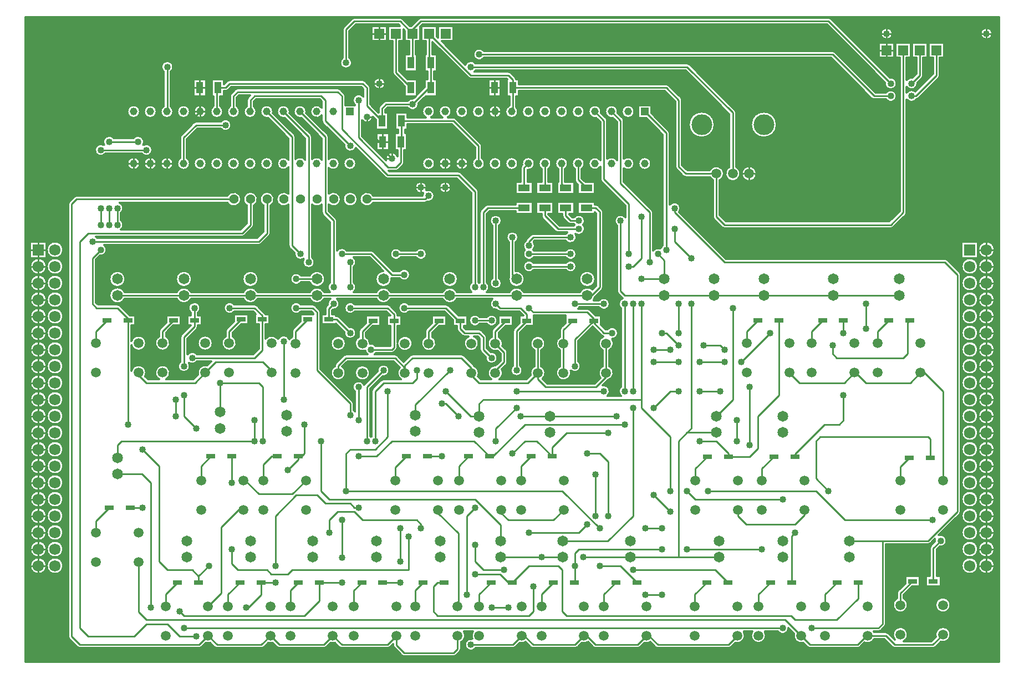
<source format=gbr>
G04 DesignSpark PCB Gerber Version 9.0 Build 5138 *
%FSLAX35Y35*%
%MOIN*%
%ADD71R,0.04134X0.07087*%
%ADD20R,0.04213X0.07165*%
%ADD13R,0.04563X0.04563*%
%ADD21R,0.06000X0.06000*%
%ADD23R,0.06791X0.06791*%
%ADD11C,0.01000*%
%ADD10C,0.01200*%
%ADD12C,0.04000*%
%ADD14C,0.04563*%
%ADD17C,0.05634*%
%ADD15C,0.05906*%
%ADD16C,0.06496*%
%ADD18R,0.05512X0.02953*%
%ADD19R,0.07087X0.04134*%
%ADD24C,0.06791*%
%ADD70C,0.12457*%
X0Y0D02*
D02*
D10*
X2800Y390600D02*
Y2800D01*
X588100*
Y390600*
X2800*
X5604Y255596D02*
X15596D01*
Y245604*
X5604*
Y255596*
X5604Y60600D02*
G75*
G02X15596I4996D01*
G01*
G75*
G02X5604I-4996*
G01*
Y70600D02*
G75*
G02X15596I4996D01*
G01*
G75*
G02X5604I-4996*
G01*
Y80600D02*
G75*
G02X15596I4996D01*
G01*
G75*
G02X5604I-4996*
G01*
Y90600D02*
G75*
G02X15596I4996D01*
G01*
G75*
G02X5604I-4996*
G01*
Y100600D02*
G75*
G02X15596I4996D01*
G01*
G75*
G02X5604I-4996*
G01*
Y110600D02*
G75*
G02X15596I4996D01*
G01*
G75*
G02X5604I-4996*
G01*
Y120600D02*
G75*
G02X15596I4996D01*
G01*
G75*
G02X5604I-4996*
G01*
Y130600D02*
G75*
G02X15596I4996D01*
G01*
G75*
G02X5604I-4996*
G01*
Y140600D02*
G75*
G02X15596I4996D01*
G01*
G75*
G02X5604I-4996*
G01*
Y150600D02*
G75*
G02X15596I4996D01*
G01*
G75*
G02X5604I-4996*
G01*
Y160600D02*
G75*
G02X15596I4996D01*
G01*
G75*
G02X5604I-4996*
G01*
Y170600D02*
G75*
G02X15596I4996D01*
G01*
G75*
G02X5604I-4996*
G01*
Y180600D02*
G75*
G02X15596I4996D01*
G01*
G75*
G02X5604I-4996*
G01*
Y190600D02*
G75*
G02X15596I4996D01*
G01*
G75*
G02X5604I-4996*
G01*
Y200600D02*
G75*
G02X15596I4996D01*
G01*
G75*
G02X5604I-4996*
G01*
Y210600D02*
G75*
G02X15596I4996D01*
G01*
G75*
G02X5604I-4996*
G01*
Y220600D02*
G75*
G02X15596I4996D01*
G01*
G75*
G02X5604I-4996*
G01*
Y230600D02*
G75*
G02X15596I4996D01*
G01*
G75*
G02X5604I-4996*
G01*
Y240600D02*
G75*
G02X15596I4996D01*
G01*
G75*
G02X5604I-4996*
G01*
X15604Y60600D02*
G75*
G02X25596I4996D01*
G01*
G75*
G02X15604I-4996*
G01*
Y70600D02*
G75*
G02X25596I4996D01*
G01*
G75*
G02X15604I-4996*
G01*
Y80600D02*
G75*
G02X25596I4996D01*
G01*
G75*
G02X15604I-4996*
G01*
Y90600D02*
G75*
G02X25596I4996D01*
G01*
G75*
G02X15604I-4996*
G01*
Y100600D02*
G75*
G02X25596I4996D01*
G01*
G75*
G02X15604I-4996*
G01*
Y110600D02*
G75*
G02X25596I4996D01*
G01*
G75*
G02X15604I-4996*
G01*
Y120600D02*
G75*
G02X25596I4996D01*
G01*
G75*
G02X15604I-4996*
G01*
Y130600D02*
G75*
G02X25596I4996D01*
G01*
G75*
G02X15604I-4996*
G01*
Y140600D02*
G75*
G02X25596I4996D01*
G01*
G75*
G02X15604I-4996*
G01*
Y150600D02*
G75*
G02X25596I4996D01*
G01*
G75*
G02X15604I-4996*
G01*
Y160600D02*
G75*
G02X25596I4996D01*
G01*
G75*
G02X15604I-4996*
G01*
Y170600D02*
G75*
G02X25596I4996D01*
G01*
G75*
G02X15604I-4996*
G01*
Y180600D02*
G75*
G02X25596I4996D01*
G01*
G75*
G02X15604I-4996*
G01*
Y190600D02*
G75*
G02X25596I4996D01*
G01*
G75*
G02X15604I-4996*
G01*
Y200600D02*
G75*
G02X25596I4996D01*
G01*
G75*
G02X15604I-4996*
G01*
Y210600D02*
G75*
G02X25596I4996D01*
G01*
G75*
G02X15604I-4996*
G01*
Y220600D02*
G75*
G02X25596I4996D01*
G01*
G75*
G02X15604I-4996*
G01*
Y230600D02*
G75*
G02X25596I4996D01*
G01*
G75*
G02X15604I-4996*
G01*
Y240600D02*
G75*
G02X25596I4996D01*
G01*
G75*
G02X15604I-4996*
G01*
Y250600D02*
G75*
G02X25596I4996D01*
G01*
G75*
G02X15604I-4996*
G01*
X564585Y237085D02*
G75*
G02X565200Y235600I-1485J-1485D01*
G01*
Y93100*
G75*
G02X564585Y91615I-2100*
G01*
X551996Y79027*
G75*
G02X556700Y75600I1104J-3427*
G01*
G75*
G02X552517Y72048I-3600*
G01*
X550791Y70321*
Y54364*
X553045*
Y48214*
X544336*
Y54364*
X546591*
Y71191*
G75*
G02X547206Y72676I2100*
G01*
X549548Y75017*
G75*
G02X549500Y75600I3553J584*
G01*
G75*
G02X549673Y76704I3600*
G01*
X547085Y74115*
G75*
G02X545598Y73500I-1485J1485*
G01*
X520200*
Y25600*
G75*
G02X519585Y24115I-2100*
G01*
X517085Y21615*
G75*
G02X515598Y21000I-1485J1485*
G01*
X512982*
G75*
G02X513183Y20653I-3839J-2447*
G01*
X520145*
G75*
G02X521632Y20038I3J-2100*
G01*
X525393Y16277*
G75*
G02X528848Y23794I3455J2965*
G01*
G75*
G02X530944Y15200J-4553*
G01*
X547427*
X550097Y17870*
G75*
G02X554439Y23794I4341J1371*
G01*
G75*
G02Y14689J-4553*
G01*
G75*
G02X553067Y14900J4552*
G01*
X549782Y11615*
G75*
G02X548294Y11000I-1485J1485*
G01*
X525602*
G75*
G02X524115Y11615I-3J2100*
G01*
X519278Y16453*
X513183*
G75*
G02X507342Y14372I-4039J2100*
G01*
X504585Y11615*
G75*
G02X503098Y11000I-1485J1485*
G01*
X474598*
G75*
G02X473111Y11615I-3J2100*
G01*
X470515Y14211*
G75*
G02X464802Y19924I-1372J4341*
G01*
X461699Y23027*
G75*
G02X455176Y21000I-3599J73*
G01*
X447392*
G75*
G02X443553Y14000I-3839J-2447*
G01*
G75*
G02X439714Y21000J4553*
G01*
X434734*
G75*
G02X429524Y14211I-3839J-2447*
G01*
X426928Y11615*
G75*
G02X425440Y11000I-1485J1485*
G01*
X383102*
G75*
G02X381615Y11615I-3J2100*
G01*
X378563Y14667*
G75*
G02X374819Y14211I-2372J3885*
G01*
X372223Y11615*
G75*
G02X370735Y11000I-1485J1485*
G01*
X345602*
G75*
G02X344115Y11615I-3J2100*
G01*
X341063Y14667*
G75*
G02X337319Y14211I-2372J3885*
G01*
X334723Y11615*
G75*
G02X333235Y11000I-1485J1485*
G01*
X308102*
G75*
G02X306615Y11615I-3J2100*
G01*
X303563Y14667*
G75*
G02X299819Y14211I-2372J3885*
G01*
X297223Y11615*
G75*
G02X295735Y11000I-1485J1485*
G01*
X273524*
G75*
G02X267000Y13100I-2924J2100*
G01*
G75*
G02X271493Y16587I3600*
G01*
G75*
G02X271761Y21000I4107J1965*
G01*
X266486*
G75*
G02X264747Y14513I-3839J-2447*
G01*
Y10600*
G75*
G02X264132Y9115I-2100*
G01*
X261632Y6615*
G75*
G02X260145Y6000I-1485J1485*
G01*
X230602*
G75*
G02X229115Y6615I-3J2100*
G01*
X224410Y11320*
G75*
G02X223795Y12805I1485J1485*
G01*
Y13483*
X221928Y11615*
G75*
G02X220440Y11000I-1485J1485*
G01*
X193102*
G75*
G02X191615Y11615I-3J2100*
G01*
X189019Y14211*
G75*
G02X186276I-1371J4341*
G01*
X183680Y11615*
G75*
G02X182192Y11000I-1485J1485*
G01*
X155602*
G75*
G02X154115Y11615I-3J2100*
G01*
X151519Y14211*
G75*
G02X148776I-1371J4341*
G01*
X146180Y11615*
G75*
G02X144692Y11000I-1485J1485*
G01*
X118102*
G75*
G02X116615Y11615I-3J2100*
G01*
X114019Y14211*
G75*
G02X111276I-1371J4341*
G01*
X108680Y11615*
G75*
G02X107192Y11000I-1485J1485*
G01*
X35602*
G75*
G02X34115Y11615I-3J2100*
G01*
X29115Y16615*
G75*
G02X28500Y18100I1485J1485*
G01*
Y278100*
G75*
G02X29115Y279585I2100*
G01*
X32052Y282522*
G75*
G02X33539Y283137I1485J-1485*
G01*
X124214*
G75*
G02X132517Y281037I3886J-2100*
G01*
G75*
G02X124214Y278937I-4417*
G01*
X59451*
G75*
G02X60200Y272676I-1351J-3337*
G01*
Y268524*
G75*
G02X60233Y262700I-2100J-2924*
G01*
X132230*
X136000Y266470*
Y277151*
G75*
G02X138100Y285454I2100J3886*
G01*
G75*
G02X140200Y277151J-4417*
G01*
Y265600*
G75*
G02X139585Y264115I-2100*
G01*
X134585Y259115*
G75*
G02X133098Y258500I-1485J1485*
G01*
X45233*
G75*
G02X46024Y257700I-2133J-2900*
G01*
X142230*
X146000Y261470*
Y277151*
G75*
G02X148100Y285454I2100J3886*
G01*
G75*
G02X150200Y277151J-4417*
G01*
Y260600*
G75*
G02X149585Y259115I-2100*
G01*
X144585Y254115*
G75*
G02X143098Y253500I-1485J1485*
G01*
X50233*
G75*
G02X47517Y247048I-2133J-2900*
G01*
X45200Y244730*
Y218970*
X46470Y217700*
X58098*
G75*
G02X59585Y217085I3J-2100*
G01*
X65495Y211175*
X68754*
Y205025*
X66499*
Y195643*
G75*
G02X75448Y194458I4396J-1184*
G01*
G75*
G02X66499Y193274I-4553*
G01*
Y177926*
G75*
G02X75448Y176742I4396J-1184*
G01*
G75*
G02X74789Y174381I-4553J0*
G01*
X76470Y172700*
X83209*
G75*
G02X85305Y181294I2096J4042*
G01*
G75*
G02X87400Y172700J-4553*
G01*
X103884*
X106554Y175370*
G75*
G02X112100Y181132I4341J1371*
G01*
X114467Y183500*
X106024*
G75*
G02X101080Y182620I-2924J2100*
G01*
G75*
G02X101700Y180600I-2980J-2020*
G01*
G75*
G02X94500I-3600*
G01*
G75*
G02X96000Y183524I3600*
G01*
Y198100*
G75*
G02X96615Y199585I2100*
G01*
X102056Y205025*
X100045*
Y211175*
X102299*
Y212676*
G75*
G02X100799Y215600I2100J2924*
G01*
G75*
G02X107999I3600*
G01*
G75*
G02X106499Y212676I-3600*
G01*
Y211175*
X108754*
Y205025*
X106499*
Y204399*
G75*
G02X105884Y202914I-2100*
G01*
X100200Y197230*
Y187733*
G75*
G02X106024Y187700I2900J-2133*
G01*
X139730*
X143047Y191017*
Y205754*
X140793*
Y211907*
X141323*
X139730Y213500*
X128524*
G75*
G02X122000Y215600I-2924J2100*
G01*
G75*
G02X128524Y217700I3600*
G01*
X140598*
G75*
G02X142085Y217085I3J-2100*
G01*
X146632Y212538*
G75*
G02X147066Y211907I-1485J-1485*
G01*
X149502*
Y205754*
X147247*
Y197182*
G75*
G02X154741Y196895I3648J-2724*
G01*
G75*
G02X161500Y196783I3359J-1295*
G01*
G75*
G02X163205Y198322I3805J-2501*
G01*
Y201586*
G75*
G02X163820Y203071I2100*
G01*
X168194Y207445*
Y211907*
X176000*
Y212230*
X174730Y213500*
X168524*
G75*
G02X162000Y215600I-2924J2100*
G01*
G75*
G02X168524Y217700I3600*
G01*
X175598*
G75*
G02X177085Y217085I3J-2100*
G01*
X179585Y214585*
G75*
G02X180200Y213100I-1485J-1485*
G01*
Y178970*
X199585Y159585*
G75*
G02X200200Y158100I-1485J-1485*
G01*
Y154175*
G75*
G02X201000Y153384I-2100J-2924*
G01*
Y165176*
G75*
G02X199500Y168100I2100J2924*
G01*
G75*
G02X206455Y169406I3600*
G01*
G75*
G02X206615Y169585I1645J-1304*
G01*
X214548Y177517*
G75*
G02X214500Y178100I3553J584*
G01*
G75*
G02X221700I3600*
G01*
G75*
G02X217517Y174548I-3600*
G01*
X210200Y167230*
Y138524*
G75*
G02X210600Y138191I-2099J-2924*
G01*
G75*
G02X211000Y138524I2499J-2591*
G01*
Y165600*
G75*
G02X211615Y167085I2100*
G01*
X216615Y172085*
G75*
G02X218102Y172700I1485J-1485*
G01*
X228616*
G75*
G02X227850Y179834I2404J3866*
G01*
X224185Y183500*
X196470*
X193362Y180393*
G75*
G02X190895Y172013I-2467J-3826*
G01*
G75*
G02X188795Y180606J4553*
G01*
Y180895*
G75*
G02X189410Y182380I2100*
G01*
X194115Y187085*
G75*
G02X195602Y187700I1485J-1485*
G01*
X208467*
G75*
G02X207046Y190026I2133J2900*
G01*
G75*
G02X203330Y198322I-1616J4256*
G01*
Y201594*
G75*
G02X203945Y203080I2100*
G01*
X207446Y206581*
Y211041*
X216155*
Y204887*
X211693*
X207530Y200725*
Y198322*
G75*
G02X209983Y194283I-2100J-4039*
G01*
G75*
G02X209981Y194146I-4549J-2*
G01*
G75*
G02X213524Y192700I619J-3546*
G01*
X222230*
X222299Y192769*
Y204887*
X220045*
Y211041*
X222189*
X219730Y213500*
X201024*
G75*
G02X194500Y215600I-2924J2100*
G01*
G75*
G02X201024Y217700I3600*
G01*
X220598*
G75*
G02X222085Y217085I3J-2100*
G01*
X225884Y213286*
G75*
G02X226499Y211801I-1485J-1485*
G01*
Y211041*
X228754*
Y204887*
X226499*
Y194817*
G75*
G02X235573Y194283I4521J-535*
G01*
G75*
G02X226499Y193748I-4553*
G01*
Y191899*
G75*
G02X225884Y190414I-2100*
G01*
X224585Y189115*
G75*
G02X223098Y188500I-1485J1485*
G01*
X213524*
G75*
G02X212733Y187700I-2924J2100*
G01*
X225052*
G75*
G02X226539Y187085I3J-2100*
G01*
X230327Y183297*
X234115Y187085*
G75*
G02X235602Y187700I1485J-1485*
G01*
X264927*
G75*
G02X266414Y187085I3J-2100*
G01*
X272380Y181119*
G75*
G02X272668Y180759I-1486J-1485*
G01*
G75*
G02X274854Y174317I-1773J-4193*
G01*
X276470Y172700*
X282836*
G75*
G02X285305Y181078I2469J3825*
G01*
G75*
G02X285598Y181069I1J-4550*
G01*
X288500Y183970*
Y188077*
X286676Y189900*
G75*
G02X283205Y198281I-1371J4341*
G01*
Y201594*
G75*
G02X283820Y203080I2100*
G01*
X287320Y206580*
Y211041*
X296033*
Y204887*
X291567*
X287405Y200725*
Y198281*
G75*
G02X289646Y192870I-2100J-4039*
G01*
X292085Y190431*
G75*
G02X292700Y188946I-1485J-1485*
G01*
Y183100*
G75*
G02X292085Y181615I-2100*
G01*
X289256Y178786*
G75*
G02X287774Y172700I-3952J-2261*
G01*
X304100*
X306554Y175154*
G75*
G02X308795Y180565I4341J1371*
G01*
Y190202*
G75*
G02X310895Y198794I2100J4039*
G01*
G75*
G02X312995Y190202J-4553*
G01*
Y180565*
G75*
G02X313717Y172952I-2100J-4040*
G01*
X316470Y170200*
X345089*
X348480Y173591*
G75*
G02X349825Y180606I3446J2976*
G01*
Y190243*
G75*
G02X350274Y198526I2100J4039*
G01*
G75*
G02X349115Y199115I326J2075*
G01*
X343817Y204413*
X335200Y195796*
Y183524*
G75*
G02X336700Y180600I-2100J-2924*
G01*
G75*
G02X330676Y177939I-3600*
G01*
G75*
G02X326335Y172013I-4341J-1373*
G01*
G75*
G02X324235Y180606J4553*
G01*
Y190243*
G75*
G02Y198322I2100J4039*
G01*
Y202499*
G75*
G02X324850Y203984I2100*
G01*
X327446Y206581*
Y211000*
X308631*
Y204887*
X304166*
X300200Y200922*
Y181024*
G75*
G02X301700Y178100I-2100J-2924*
G01*
G75*
G02X294500I-3600*
G01*
G75*
G02X296000Y181024I3600*
G01*
Y201791*
G75*
G02X296615Y203276I2100*
G01*
X299919Y206580*
Y211041*
X302173*
Y211056*
X299730Y213500*
X288102*
G75*
G02X286615Y214115I-3J2100*
G01*
X286183Y214548*
G75*
G02X283578Y221079I-583J3552*
G01*
X262344*
G75*
G02X253605I-4370J2100*
G01*
X222470*
G75*
G02X213730I-4370J2100*
G01*
X190122*
G75*
G02X187517Y214548I-2022J-2979*
G01*
X187247Y214278*
Y211907*
X189502*
Y210930*
X189868*
G75*
G02X191355Y210315I3J-2100*
G01*
X197517Y204152*
G75*
G02X201700Y200600I583J-3552*
G01*
G75*
G02X194500I-3600*
G01*
G75*
G02X194548Y201183I3600J-1*
G01*
X189502Y206229*
Y205754*
X180793*
Y211907*
X183047*
Y215147*
G75*
G02X183662Y216632I2100*
G01*
X184548Y217517*
G75*
G02X184500Y218100I3553J584*
G01*
G75*
G02X186078Y221079I3600*
G01*
X182470*
G75*
G02X173730I-4370J2100*
G01*
X142470*
G75*
G02X133730I-4370J2100*
G01*
X102470*
G75*
G02X93730I-4370J2100*
G01*
X62470*
G75*
G02X53252Y223179I-4370J2100*
G01*
G75*
G02X62470Y225279I4848*
G01*
X93730*
G75*
G02X102470I4370J-2100*
G01*
X133730*
G75*
G02X142470I4370J-2100*
G01*
X173730*
G75*
G02X182470I4370J-2100*
G01*
X185864*
G75*
G02X186000Y231024I2236J2821*
G01*
Y267230*
X181615Y271615*
G75*
G02X181000Y273100I1485J1485*
G01*
Y277706*
G75*
G02X175200I-2900J3331*
G01*
Y246024*
G75*
G02X176700Y243100I-2100J-2924*
G01*
G75*
G02X169500I-3600*
G01*
G75*
G02X170120Y245120I3600*
G01*
G75*
G02X164500Y248100I-2020J2980*
G01*
G75*
G02X164548Y248683I3600J-1*
G01*
X161615Y251615*
G75*
G02X161000Y253100I1485J1485*
G01*
Y277706*
G75*
G02X153683Y281037I-2900J3331*
G01*
G75*
G02X161000Y284369I4417*
G01*
Y300163*
G75*
G02X154000Y302474I-3119J2311*
G01*
G75*
G02X161000Y304785I3881*
G01*
Y317638*
X148705Y329933*
G75*
G02X144000Y333726I-823J3793*
G01*
G75*
G02X151763I3881*
G01*
G75*
G02X151675Y332903I-3881J0*
G01*
X164585Y319993*
G75*
G02X165200Y318507I-1485J-1485*
G01*
Y305280*
G75*
G02X171000Y304785I2681J-2806*
G01*
Y317638*
X158705Y329933*
G75*
G02X154000Y333726I-823J3793*
G01*
G75*
G02X161763I3881*
G01*
G75*
G02X161675Y332903I-3881J0*
G01*
X174585Y319993*
G75*
G02X175200Y318507I-1485J-1485*
G01*
Y305280*
G75*
G02X181000Y304785I2681J-2806*
G01*
Y317638*
X168705Y329933*
G75*
G02X164000Y333726I-823J3793*
G01*
G75*
G02X171763I3881*
G01*
G75*
G02X171675Y332903I-3881J0*
G01*
X184585Y319993*
G75*
G02X185200Y318507I-1485J-1485*
G01*
Y305280*
G75*
G02X191763Y302474I2681J-2806*
G01*
G75*
G02X185200Y299668I-3881*
G01*
Y284369*
G75*
G02X192517Y281037I2900J-3331*
G01*
G75*
G02X185200Y277706I-4417*
G01*
Y273970*
X189585Y269585*
G75*
G02X190200Y268100I-1485J-1485*
G01*
Y250233*
G75*
G02X196024Y250200I2900J-2133*
G01*
X210598*
G75*
G02X212085Y249585I3J-2100*
G01*
X223970Y237700*
X227676*
G75*
G02X234200Y235600I2924J-2100*
G01*
G75*
G02X227676Y233500I-3600*
G01*
X223102*
G75*
G02X222924Y233507I-2J2100*
G01*
G75*
G02X222948Y233021I-4824J-486*
G01*
G75*
G02X213252I-4848*
G01*
G75*
G02X217867Y237864I4848*
G01*
X209730Y246000*
X200233*
G75*
G02X200200Y240176I-2133J-2900*
G01*
Y231024*
G75*
G02X200336Y225279I-2100J-2924*
G01*
X213730*
G75*
G02X222470I4370J-2100*
G01*
X253605*
G75*
G02X262344I4370J-2100*
G01*
X270864*
G75*
G02X271000Y231024I2236J2821*
G01*
Y284730*
X262230Y293500*
X220602*
G75*
G02X219115Y294115I-3J2100*
G01*
X201450Y311781*
G75*
G02X194500Y313100I-3350J1319*
G01*
G75*
G02X194548Y313683I3600J-1*
G01*
X181615Y326615*
G75*
G02X181000Y328100I1485J1485*
G01*
Y331415*
G75*
G02X174000Y333726I-3119J2311*
G01*
G75*
G02X181000Y336037I3881*
G01*
Y339730*
X179730Y341000*
X141470*
X140200Y339730*
Y336839*
G75*
G02X141763Y333726I-2319J-3113*
G01*
G75*
G02X134000I-3881*
G01*
G75*
G02X136000Y337121I3881*
G01*
Y340600*
G75*
G02X136615Y342085I2100*
G01*
X138030Y343500*
X131251*
X129981Y342230*
Y336990*
G75*
G02X131763Y333726I-2100J-3264*
G01*
G75*
G02X124000I-3881*
G01*
G75*
G02X125781Y336990I3881*
G01*
Y343100*
G75*
G02X126396Y344585I2100*
G01*
X128896Y347085*
G75*
G02X130384Y347700I1485J-1485*
G01*
X190598*
G75*
G02X192085Y347085I3J-2100*
G01*
X194585Y344585*
G75*
G02X195200Y343100I-1485J-1485*
G01*
Y337608*
X201000*
Y337676*
G75*
G02X199500Y340600I2100J2924*
G01*
G75*
G02X206000Y342733I3600*
G01*
Y347230*
X204730Y348500*
X126470*
X124585Y346615*
G75*
G02X123098Y346000I-1485J1485*
G01*
X122238*
Y342919*
X119981*
Y336990*
G75*
G02X121763Y333726I-2100J-3264*
G01*
G75*
G02X114000I-3881*
G01*
G75*
G02X115781Y336990I3881*
G01*
Y342919*
X114828*
Y353281*
X122238*
Y350207*
X124115Y352085*
G75*
G02X125602Y352700I1485J-1485*
G01*
X205598*
G75*
G02X207085Y352085I3J-2100*
G01*
X209585Y349585*
G75*
G02X210200Y348100I-1485J-1485*
G01*
Y338064*
X215022Y333242*
X215094*
Y335600*
G75*
G02X215709Y337085I2100*
G01*
X218209Y339585*
G75*
G02X219697Y340200I1485J-1485*
G01*
X232676*
G75*
G02X236183Y341652I2924J-2100*
G01*
X237489Y342958*
X231029*
Y348796*
X224115Y355709*
G75*
G02X223500Y357194I1485J1485*
G01*
Y376002*
X221002*
Y385198*
X228032*
X227230Y386000*
X201470*
X197700Y382230*
Y366024*
G75*
G02X199200Y363100I-2100J-2924*
G01*
G75*
G02X192000I-3600*
G01*
G75*
G02X193500Y366024I3600*
G01*
Y383100*
G75*
G02X194115Y384585I2100*
G01*
X199115Y389585*
G75*
G02X200602Y390200I1485J-1485*
G01*
X228098*
G75*
G02X229585Y389585I3J-2100*
G01*
X233971Y385198*
X234729*
X239115Y389585*
G75*
G02X240602Y390200I1485J-1485*
G01*
X485598*
G75*
G02X487085Y389585I3J-2100*
G01*
X522517Y354152*
G75*
G02X526700Y350600I583J-3552*
G01*
G75*
G02X519500I-3600*
G01*
G75*
G02X519548Y351183I3600J-1*
G01*
X484730Y386000*
X241470*
X240198Y384729*
Y376002*
X237700*
Y368242*
X238360*
Y357958*
X231029*
Y368242*
X233500*
Y376002*
X231002*
Y382229*
X230198Y383032*
Y376002*
X227700*
Y358064*
X232522Y353242*
X238360*
Y343830*
X242840Y348310*
Y353242*
X244406*
Y357958*
X242840*
Y368242*
X243500*
Y376002*
X241002*
Y385198*
X250198*
Y378971*
X251002Y378168*
Y385198*
X260198*
Y376002*
X253168*
X267250Y361919*
G75*
G02X273524Y362700I3350J-1319*
G01*
X400598*
G75*
G02X402085Y362085I3J-2100*
G01*
X429585Y334585*
G75*
G02X430200Y333100I-1485J-1485*
G01*
Y300387*
G75*
G02X428100Y291795I-2100J-4039*
G01*
G75*
G02X426000Y300387J4553*
G01*
Y332230*
X399730Y358500*
X273524*
G75*
G02X272733Y357700I-2924J2100*
G01*
X293098*
G75*
G02X294585Y357085I3J-2100*
G01*
X297300Y354370*
G75*
G02X297877Y353281I-1485J-1485*
G01*
X299521*
Y350200*
X388098*
G75*
G02X389585Y349585I3J-2100*
G01*
X397085Y342085*
G75*
G02X397700Y340600I-1485J-1485*
G01*
Y301470*
X400722Y298448*
X414218*
G75*
G02X422810Y296348I4039J-2100*
G01*
G75*
G02X420357Y292309I-4553*
G01*
Y271312*
X423970Y267700*
X522230*
X528500Y273970*
Y366002*
X526002*
Y375198*
X535198*
Y366002*
X532700*
Y352733*
G75*
G02X536183Y354152I2900J-2133*
G01*
X538500Y356470*
Y366002*
X536002*
Y375198*
X545198*
Y366002*
X542700*
Y355600*
G75*
G02X542085Y354115I-2100*
G01*
X539152Y351183*
G75*
G02X539200Y350600I-3553J-584*
G01*
G75*
G02X532700Y348467I-3600*
G01*
Y345233*
G75*
G02X537900Y345870I2900J-2133*
G01*
X548500Y356470*
Y366002*
X546002*
Y375198*
X555198*
Y366002*
X552700*
Y355600*
G75*
G02X552085Y354115I-2100*
G01*
X539585Y341615*
G75*
G02X538560Y341051I-1485J1485*
G01*
G75*
G02X532700Y340967I-2960J2049*
G01*
Y273100*
G75*
G02X532085Y271615I-2100*
G01*
X524585Y264115*
G75*
G02X523098Y263500I-1485J1485*
G01*
X423102*
G75*
G02X421615Y264115I-3J2100*
G01*
X416772Y268957*
G75*
G02X416157Y270443I1485J1485*
G01*
Y292309*
G75*
G02X414218Y294248I2100J4039*
G01*
X399854*
G75*
G02X398367Y294863I-3J2100*
G01*
X394115Y299115*
G75*
G02X393500Y300600I1485J1485*
G01*
Y339730*
X387230Y346000*
X299521*
Y342919*
X297915*
Y336464*
G75*
G02X299044Y333726I-2752J-2738*
G01*
G75*
G02X291281I-3881*
G01*
G75*
G02X293715Y337327I3881*
G01*
Y342919*
X292108*
Y353281*
X292449*
X292230Y353500*
X270602*
G75*
G02X269115Y354115I-3J2100*
G01*
X247700Y375530*
Y368242*
X250171*
Y357958*
X248606*
Y353242*
X250171*
Y342958*
X243428*
X239152Y338683*
G75*
G02X239200Y338100I-3553J-584*
G01*
G75*
G02X232676Y336000I-3600*
G01*
X220564*
X219294Y334730*
Y333242*
X220860*
Y322958*
X213529*
Y328796*
X211700Y330625*
G75*
G02Y330600I-3616J-12*
G01*
G75*
G02X205200Y328467I-3600*
G01*
Y318970*
X219673Y304496*
G75*
G02X226433Y306960I3427J1104*
G01*
Y310419*
X224828*
Y320781*
X226906*
Y322958*
X225340*
Y333242*
X232671*
Y330200*
X243540*
G75*
G02X241281Y333726I1623J3526*
G01*
G75*
G02X249044I3881*
G01*
G75*
G02X246786Y330200I-3881*
G01*
X253540*
G75*
G02X251281Y333726I1623J3526*
G01*
G75*
G02X259044I3881*
G01*
G75*
G02X256786Y330200I-3881*
G01*
X260161*
G75*
G02X261648Y329585I3J-2100*
G01*
X276648Y314585*
G75*
G02X277263Y313100I-1485J-1485*
G01*
Y305738*
G75*
G02X279044Y302474I-2100J-3264*
G01*
G75*
G02X271281I-3881*
G01*
G75*
G02X273063Y305738I3881*
G01*
Y312230*
X259293Y326000*
X232671*
Y322958*
X231106*
Y320781*
X232238*
Y310419*
X230633*
Y303100*
G75*
G02X230018Y301615I-2100*
G01*
X227085Y298682*
G75*
G02X225598Y298067I-1485J1485*
G01*
X221103*
X221470Y297700*
X263098*
G75*
G02X264585Y297085I3J-2100*
G01*
X274585Y287085*
G75*
G02X275200Y285600I-1485J-1485*
G01*
Y231024*
G75*
G02X275600Y230691I-2099J-2924*
G01*
G75*
G02X276000Y231024I2499J-2591*
G01*
Y273100*
G75*
G02X276615Y274585I2100*
G01*
X279371Y277341*
G75*
G02X280858Y277956I1485J-1485*
G01*
X297525*
Y279521*
X307809*
Y272191*
X297525*
Y273756*
X281726*
X280200Y272230*
Y231024*
G75*
G02X280336Y225279I-2100J-2924*
G01*
X293730*
G75*
G02X302470I4370J-2100*
G01*
X336230*
G75*
G02X343827Y226797I4370J-2100*
G01*
X346000Y228970*
Y272486*
X345309Y273178*
Y272191*
X335025*
Y279521*
X345309*
Y277956*
X345598*
G75*
G02X347085Y277341I3J-2100*
G01*
X349585Y274841*
G75*
G02X350200Y273356I-1485J-1485*
G01*
Y228100*
G75*
G02X349585Y226615I-2100*
G01*
X345388Y222418*
G75*
G02X344425Y220200I-4788J761*
G01*
X347676*
G75*
G02X354200Y218100I2924J-2100*
G01*
G75*
G02X347676Y216000I-3600*
G01*
X336024*
G75*
G02X335233Y215200I-2924J2100*
G01*
X340598*
G75*
G02X342085Y214585I3J-2100*
G01*
X345629Y211041*
X348754*
Y205416*
X351470Y202700*
X352676*
G75*
G02X359200Y200600I2924J-2100*
G01*
G75*
G02X355578Y197000I-3600*
G01*
G75*
G02X354025Y190243I-3653J-2717*
G01*
Y180606*
G75*
G02X352962Y172133I-2100J-4039*
G01*
X349974Y169145*
G75*
G02X352733Y162700I626J-3545*
G01*
X360967*
G75*
G02X361000Y168524I2133J2900*
G01*
Y215176*
G75*
G02X361864Y221481I2100J2924*
G01*
G75*
G02X361615Y221694I1235J1698*
G01*
X359115Y224194*
G75*
G02X358500Y225679I1485J1485*
G01*
Y265176*
G75*
G02X357000Y268100I2100J2924*
G01*
G75*
G02X363500Y270233I3600*
G01*
Y277230*
X349115Y291615*
G75*
G02X348500Y293100I1485J1485*
G01*
Y300491*
G75*
G02X341281Y302474I-3337J1983*
G01*
G75*
G02X348500Y304457I3881*
G01*
Y327419*
X345986Y329933*
G75*
G02X341281Y333726I-823J3793*
G01*
G75*
G02X349044I3881*
G01*
G75*
G02X348956Y332903I-3881J0*
G01*
X352085Y329774*
G75*
G02X352700Y328289I-1485J-1485*
G01*
Y305474*
G75*
G02X358500Y304457I2463J-3000*
G01*
Y327419*
X355986Y329933*
G75*
G02X351281Y333726I-823J3793*
G01*
G75*
G02X359044I3881*
G01*
G75*
G02X358956Y332903I-3881J0*
G01*
X362085Y329774*
G75*
G02X362700Y328289I-1485J-1485*
G01*
Y305474*
G75*
G02X369044Y302474I2463J-3000*
G01*
G75*
G02X362700Y299474I-3881*
G01*
Y291470*
X379585Y274585*
G75*
G02X380200Y273100I-1485J-1485*
G01*
Y250233*
G75*
G02X384585Y251379I2900J-2133*
G01*
G75*
G02X386000Y253524I3515J-779*
G01*
Y319919*
X376075Y329844*
X371281*
Y337608*
X379045*
Y332814*
X389585Y322274*
G75*
G02X390200Y320789I-1485J-1485*
G01*
Y277733*
G75*
G02X396700Y275600I2900J-2133*
G01*
G75*
G02X395870Y273300I-3600*
G01*
X423970Y245200*
X555598*
G75*
G02X557085Y244585I3J-2100*
G01*
X564585Y237085*
X53252Y233021D02*
G75*
G02X62948I4848D01*
G01*
G75*
G02X53252I-4848*
G01*
X93252D02*
G75*
G02X102948I4848D01*
G01*
G75*
G02X93252I-4848*
G01*
X133252D02*
G75*
G02X142948I4848D01*
G01*
G75*
G02X133252I-4848*
G01*
X106343Y194458D02*
G75*
G02X115448I4553D01*
G01*
G75*
G02X106343I-4553*
G01*
X200877Y176566D02*
G75*
G02X209983I4553D01*
G01*
G75*
G02X200877I-4553*
G01*
X280176Y210200D02*
G75*
G02X286700Y208100I2924J-2100D01*
G01*
G75*
G02X280176Y206000I-3600*
G01*
X276024*
G75*
G02X269500Y208100I-2924J2100*
G01*
G75*
G02X276024Y210200I3600*
G01*
X280176*
X282517Y189152D02*
G75*
G02X286700Y185600I583J-3552D01*
G01*
G75*
G02X279500I-3600*
G01*
G75*
G02X279548Y186183I3600J-1*
G01*
X276615Y189115*
G75*
G02X276000Y190600I1485J1485*
G01*
Y197230*
X274730Y198500*
X272611*
G75*
G02X270895Y189730I-1715J-4217*
G01*
G75*
G02X269180Y198500J4553*
G01*
X266776*
G75*
G02X265289Y199115I-3J2100*
G01*
X262789Y201615*
G75*
G02X262174Y203100I1485J1485*
G01*
Y204887*
X259919*
Y208311*
X254730Y213500*
X233524*
G75*
G02X227000Y215600I-2924J2100*
G01*
G75*
G02X233524Y217700I3600*
G01*
X255598*
G75*
G02X257085Y217085I3J-2100*
G01*
X263129Y211041*
X268631*
Y204887*
X266374*
Y203970*
X267644Y202700*
X275598*
G75*
G02X277085Y202085I3J-2100*
G01*
X279585Y199585*
G75*
G02X280200Y198100I-1485J-1485*
G01*
Y191470*
X282517Y189152*
X247320Y211041D02*
X256033D01*
Y204887*
X251567*
X247405Y200725*
Y198322*
G75*
G02X245305Y189730I-2100J-4039*
G01*
G75*
G02X243205Y198322J4553*
G01*
Y201594*
G75*
G02X243820Y203080I2100*
G01*
X247320Y206580*
Y211041*
X186343Y194283D02*
G75*
G02X195448I4553D01*
G01*
G75*
G02X186343I-4553*
G01*
X128194Y211907D02*
X136903D01*
Y205754*
X132442*
X127405Y200716*
Y198498*
G75*
G02X125305Y189906I-2100J-4039*
G01*
G75*
G02X123205Y198498J4553*
G01*
Y201586*
G75*
G02X123820Y203071I2100*
G01*
X128194Y207445*
Y211907*
X87446Y211175D02*
X96155D01*
Y205025*
X91696*
X87405Y200734*
Y198498*
G75*
G02X85305Y189906I-2100J-4039*
G01*
G75*
G02X83205Y198498J4553*
G01*
Y201604*
G75*
G02X83820Y203089I2100*
G01*
X87446Y206715*
Y211175*
X173769Y235200D02*
G75*
G02X182948Y233021I4331J-2179D01*
G01*
G75*
G02X173693Y231000I-4848*
G01*
X168524*
G75*
G02X162000Y233100I-2924J2100*
G01*
G75*
G02X168524Y235200I3600*
G01*
X173769*
X243787Y286427D02*
G75*
G02X248763Y283100I1376J-3327D01*
G01*
G75*
G02X244580Y279548I-3600*
G01*
G75*
G02X243098Y278937I-1481J1489*
G01*
X211986*
G75*
G02X203683Y281037I-3886J2100*
G01*
G75*
G02X211986Y283137I4417*
G01*
X241563*
G75*
G02X241976Y284773I3600J-38*
G01*
G75*
G02X237000Y288100I-1376J3327*
G01*
G75*
G02X244200I3600*
G01*
G75*
G02X243787Y286427I-3600J0*
G01*
X237676Y250200D02*
G75*
G02X244200Y248100I2924J-2100D01*
G01*
G75*
G02X237676Y246000I-3600*
G01*
X228524*
G75*
G02X222000Y248100I-2924J2100*
G01*
G75*
G02X228524Y250200I3600*
G01*
X237676*
X251563Y288100D02*
G75*
G02X258763I3600D01*
G01*
G75*
G02X251563I-3600*
G01*
X253127Y233021D02*
G75*
G02X262823I4848D01*
G01*
G75*
G02X253127I-4848*
G01*
X193683Y281037D02*
G75*
G02X202517I4417D01*
G01*
G75*
G02X193683I-4417*
G01*
X194000Y302474D02*
G75*
G02X201763I3881D01*
G01*
G75*
G02X194000I-3881*
G01*
X144000D02*
G75*
G02X151763I3881D01*
G01*
G75*
G02X144000I-3881*
G01*
X134000D02*
G75*
G02X141763I3881D01*
G01*
G75*
G02X134000I-3881*
G01*
X211002Y385198D02*
X220198D01*
Y376002*
X211002*
Y385198*
X212000Y350600D02*
G75*
G02X219200I3600D01*
G01*
G75*
G02X212000I-3600*
G01*
X520176Y345200D02*
G75*
G02X526700Y343100I2924J-2100D01*
G01*
G75*
G02X520176Y341000I-3600*
G01*
X513102*
G75*
G02X511615Y341615I-3J2100*
G01*
X487230Y366000*
X278524*
G75*
G02X272000Y368100I-2924J2100*
G01*
G75*
G02X278524Y370200I3600*
G01*
X488098*
G75*
G02X489585Y369585I3J-2100*
G01*
X513970Y345200*
X520176*
X433390Y296348D02*
G75*
G02X442495I4553D01*
G01*
G75*
G02X433390I-4553*
G01*
X438972Y325876D02*
G75*
G02X454629I7828D01*
G01*
G75*
G02X438972I-7828*
G01*
X401571D02*
G75*
G02X417228I7828D01*
G01*
G75*
G02X401571I-7828*
G01*
X301281Y302474D02*
G75*
G02X309044I3881D01*
G01*
G75*
G02X304767Y298613I-3881*
G01*
Y291332*
X307809*
Y284002*
X297525*
Y291332*
X300567*
Y299978*
G75*
G02X301182Y301463I2100*
G01*
X301370Y301651*
G75*
G02X301281Y302474I3793J823*
G01*
Y333726D02*
G75*
G02X309044I3881D01*
G01*
G75*
G02X301281I-3881*
G01*
X332676Y270200D02*
G75*
G02X339200Y268100I2924J-2100D01*
G01*
G75*
G02X338191Y265600I-3600J0*
G01*
G75*
G02X333580Y260120I-2591J-2500*
G01*
G75*
G02X327676Y256000I-2980J-2020*
G01*
X308970*
X308370Y255400*
G75*
G02X308191Y250600I-2770J-2300*
G01*
G75*
G02X308524Y250200I-2591J-2499*
G01*
X327676*
G75*
G02X334200Y248100I2924J-2100*
G01*
G75*
G02X327676Y246000I-3600*
G01*
X308524*
G75*
G02X302000Y248100I-2924J2100*
G01*
G75*
G02X303009Y250600I3600J0*
G01*
G75*
G02X303551Y256060I2591J2500*
G01*
G75*
G02X304115Y257085I2049J-459*
G01*
X306615Y259585*
G75*
G02X308102Y260200I1485J-1485*
G01*
X327676*
G75*
G02X328467Y261000I2924J-2100*
G01*
X323102*
G75*
G02X321615Y261615I-3J2100*
G01*
X313682Y269548*
G75*
G02X313067Y271033I1485J1485*
G01*
Y272191*
X310025*
Y279521*
X320309*
Y272191*
X317267*
Y271903*
X323970Y265200*
X332676*
G75*
G02X333009Y265600I2924J-2099*
G01*
G75*
G02X332676Y266000I2591J2499*
G01*
X330602*
G75*
G02X329115Y266615I-3J2100*
G01*
X326182Y269548*
G75*
G02X325567Y271033I1485J1485*
G01*
Y272191*
X322525*
Y279521*
X332809*
Y272191*
X329767*
Y271903*
X331470Y270200*
X332676*
X335752Y233021D02*
G75*
G02X345448I4848D01*
G01*
G75*
G02X335752I-4848*
G01*
X317267Y291332D02*
X320309D01*
Y284002*
X310025*
Y291332*
X313067*
Y299207*
G75*
G02X311281Y302474I2096J3267*
G01*
G75*
G02X319044I3881*
G01*
G75*
G02X317267Y299212I-3881*
G01*
Y291332*
X311281Y333726D02*
G75*
G02X319044I3881D01*
G01*
G75*
G02X311281I-3881*
G01*
X327263Y291332D02*
X332809D01*
Y284002*
X322525*
Y291332*
X323063*
Y299210*
G75*
G02X321281Y302474I2100J3264*
G01*
G75*
G02X329044I3881*
G01*
G75*
G02X327263Y299210I-3881*
G01*
Y291332*
X321281Y333726D02*
G75*
G02X329044I3881D01*
G01*
G75*
G02X321281I-3881*
G01*
X339471Y291332D02*
X345309D01*
Y284002*
X335025*
Y289839*
X333678Y291186*
G75*
G02X333063Y292671I1485J1485*
G01*
Y299210*
G75*
G02X331281Y302474I2100J3264*
G01*
G75*
G02X339044I3881*
G01*
G75*
G02X337263Y299210I-3881*
G01*
Y293541*
X339471Y291332*
X331281Y333726D02*
G75*
G02X339044I3881D01*
G01*
G75*
G02X331281I-3881*
G01*
X361281D02*
G75*
G02X369044I3881D01*
G01*
G75*
G02X361281I-3881*
G01*
X271281D02*
G75*
G02X279044I3881D01*
G01*
G75*
G02X271281I-3881*
G01*
X281242Y353281D02*
X288655D01*
Y342919*
X281242*
Y353281*
X281281Y302474D02*
G75*
G02X289044I3881D01*
G01*
G75*
G02X281281I-3881*
G01*
Y333726D02*
G75*
G02X289044I3881D01*
G01*
G75*
G02X281281I-3881*
G01*
X291281Y302474D02*
G75*
G02X299044I3881D01*
G01*
G75*
G02X291281I-3881*
G01*
X261281Y333726D02*
G75*
G02X269044I3881D01*
G01*
G75*
G02X261281I-3881*
G01*
X213962Y320781D02*
X221372D01*
Y310419*
X213962*
Y320781*
X261281Y302474D02*
G75*
G02X269044I3881D01*
G01*
G75*
G02X261281I-3881*
G01*
X241281D02*
G75*
G02X249044I3881D01*
G01*
G75*
G02X241281I-3881*
G01*
X251281D02*
G75*
G02X259044I3881D01*
G01*
G75*
G02X251281I-3881*
G01*
X327676Y242700D02*
G75*
G02X334200Y240600I2924J-2100D01*
G01*
G75*
G02X327676Y238500I-3600*
G01*
X308524*
G75*
G02X302000Y240600I-2924J2100*
G01*
G75*
G02X308524Y242700I3600*
G01*
X327676*
X282000Y268100D02*
G75*
G02X289200I3600D01*
G01*
G75*
G02X287700Y265176I-3600*
G01*
Y233524*
G75*
G02X289200Y230600I-2100J-2924*
G01*
G75*
G02X282000I-3600*
G01*
G75*
G02X283500Y233524I3600*
G01*
Y265176*
G75*
G02X282000Y268100I2100J2924*
G01*
X297700Y237853D02*
G75*
G02X302948Y233021I400J-4831D01*
G01*
G75*
G02X293252I-4848*
G01*
G75*
G02X293610Y234850I4848J0*
G01*
G75*
G02X293500Y235521I1990J672*
G01*
Y255176*
G75*
G02X292000Y258100I2100J2924*
G01*
G75*
G02X299200I3600*
G01*
G75*
G02X297700Y255176I-3600*
G01*
Y237853*
X371281Y302474D02*
G75*
G02X379044I3881D01*
G01*
G75*
G02X371281I-3881*
G01*
X549886Y36958D02*
G75*
G02X558991I4553D01*
G01*
G75*
G02X549886I-4553*
G01*
X531738Y54364D02*
X540446D01*
Y48214*
X535987*
X530948Y43175*
Y40998*
G75*
G02X528848Y32406I-2100J-4039*
G01*
G75*
G02X526748Y40998J4553*
G01*
Y44045*
G75*
G02X527363Y45530I2100*
G01*
X531738Y49904*
Y54364*
X73580Y313580D02*
G75*
G02X79200Y310600I2020J-2980D01*
G01*
G75*
G02X72676Y308500I-3600*
G01*
X51024*
G75*
G02X44500Y310600I-2924J2100*
G01*
G75*
G02X50120Y313580I3600*
G01*
G75*
G02X56024Y317700I2980J2020*
G01*
X67676*
G75*
G02X73580Y313580I2924J-2100*
G01*
X74000Y302474D02*
G75*
G02X81763I3881D01*
G01*
G75*
G02X74000I-3881*
G01*
X64000D02*
G75*
G02X71763I3881D01*
G01*
G75*
G02X64000I-3881*
G01*
Y333726D02*
G75*
G02X71763I3881D01*
G01*
G75*
G02X64000I-3881*
G01*
X74000D02*
G75*
G02X81763I3881D01*
G01*
G75*
G02X74000I-3881*
G01*
X84000Y302474D02*
G75*
G02X91763I3881D01*
G01*
G75*
G02X84000I-3881*
G01*
X90200Y336839D02*
G75*
G02X91763Y333726I-2319J-3113D01*
G01*
G75*
G02X84000I-3881*
G01*
G75*
G02X86000Y337121I3881*
G01*
Y357676*
G75*
G02X84500Y360600I2100J2924*
G01*
G75*
G02X91700I3600*
G01*
G75*
G02X90200Y357676I-3600*
G01*
Y336839*
X120176Y327700D02*
G75*
G02X126700Y325600I2924J-2100D01*
G01*
G75*
G02X120176Y323500I-3600*
G01*
X106251*
X99981Y317230*
Y305738*
G75*
G02X101763Y302474I-2100J-3264*
G01*
G75*
G02X94000I-3881*
G01*
G75*
G02X95781Y305738I3881*
G01*
Y318100*
G75*
G02X96396Y319585I2100*
G01*
X103896Y327085*
G75*
G02X105384Y327700I1485J-1485*
G01*
X120176*
X124000Y302474D02*
G75*
G02X131763I3881D01*
G01*
G75*
G02X124000I-3881*
G01*
X114000D02*
G75*
G02X121763I3881D01*
G01*
G75*
G02X114000I-3881*
G01*
X104000D02*
G75*
G02X111763I3881D01*
G01*
G75*
G02X104000I-3881*
G01*
X94000Y333726D02*
G75*
G02X101763I3881D01*
G01*
G75*
G02X94000I-3881*
G01*
X103962Y353281D02*
X111372D01*
Y342919*
X103962*
Y353281*
X104000Y333726D02*
G75*
G02X111763I3881D01*
G01*
G75*
G02X104000I-3881*
G01*
X516002Y375198D02*
X525198D01*
Y366002*
X516002*
Y375198*
X517000Y380600D02*
G75*
G02X524200I3600D01*
G01*
G75*
G02X517000I-3600*
G01*
X565604Y255596D02*
X575596D01*
Y245604*
X565604*
Y255596*
X565604Y60600D02*
G75*
G02X575596I4996D01*
G01*
G75*
G02X565604I-4996*
G01*
Y70600D02*
G75*
G02X575596I4996D01*
G01*
G75*
G02X565604I-4996*
G01*
Y80600D02*
G75*
G02X575596I4996D01*
G01*
G75*
G02X565604I-4996*
G01*
Y90600D02*
G75*
G02X575596I4996D01*
G01*
G75*
G02X565604I-4996*
G01*
Y100600D02*
G75*
G02X575596I4996D01*
G01*
G75*
G02X565604I-4996*
G01*
Y110600D02*
G75*
G02X575596I4996D01*
G01*
G75*
G02X565604I-4996*
G01*
Y120600D02*
G75*
G02X575596I4996D01*
G01*
G75*
G02X565604I-4996*
G01*
Y130600D02*
G75*
G02X575596I4996D01*
G01*
G75*
G02X565604I-4996*
G01*
Y140600D02*
G75*
G02X575596I4996D01*
G01*
G75*
G02X565604I-4996*
G01*
Y150600D02*
G75*
G02X575596I4996D01*
G01*
G75*
G02X565604I-4996*
G01*
Y160600D02*
G75*
G02X575596I4996D01*
G01*
G75*
G02X565604I-4996*
G01*
Y170600D02*
G75*
G02X575596I4996D01*
G01*
G75*
G02X565604I-4996*
G01*
Y180600D02*
G75*
G02X575596I4996D01*
G01*
G75*
G02X565604I-4996*
G01*
Y190600D02*
G75*
G02X575596I4996D01*
G01*
G75*
G02X565604I-4996*
G01*
Y200600D02*
G75*
G02X575596I4996D01*
G01*
G75*
G02X565604I-4996*
G01*
Y210600D02*
G75*
G02X575596I4996D01*
G01*
G75*
G02X565604I-4996*
G01*
Y220600D02*
G75*
G02X575596I4996D01*
G01*
G75*
G02X565604I-4996*
G01*
Y230600D02*
G75*
G02X575596I4996D01*
G01*
G75*
G02X565604I-4996*
G01*
Y240600D02*
G75*
G02X575596I4996D01*
G01*
G75*
G02X565604I-4996*
G01*
X575604Y60600D02*
G75*
G02X585596I4996D01*
G01*
G75*
G02X575604I-4996*
G01*
Y70600D02*
G75*
G02X585596I4996D01*
G01*
G75*
G02X575604I-4996*
G01*
Y80600D02*
G75*
G02X585596I4996D01*
G01*
G75*
G02X575604I-4996*
G01*
Y90600D02*
G75*
G02X585596I4996D01*
G01*
G75*
G02X575604I-4996*
G01*
Y100600D02*
G75*
G02X585596I4996D01*
G01*
G75*
G02X575604I-4996*
G01*
Y110600D02*
G75*
G02X585596I4996D01*
G01*
G75*
G02X575604I-4996*
G01*
Y120600D02*
G75*
G02X585596I4996D01*
G01*
G75*
G02X575604I-4996*
G01*
Y130600D02*
G75*
G02X585596I4996D01*
G01*
G75*
G02X575604I-4996*
G01*
Y140600D02*
G75*
G02X585596I4996D01*
G01*
G75*
G02X575604I-4996*
G01*
Y150600D02*
G75*
G02X585596I4996D01*
G01*
G75*
G02X575604I-4996*
G01*
Y160600D02*
G75*
G02X585596I4996D01*
G01*
G75*
G02X575604I-4996*
G01*
Y170600D02*
G75*
G02X585596I4996D01*
G01*
G75*
G02X575604I-4996*
G01*
Y180600D02*
G75*
G02X585596I4996D01*
G01*
G75*
G02X575604I-4996*
G01*
Y190600D02*
G75*
G02X585596I4996D01*
G01*
G75*
G02X575604I-4996*
G01*
Y200600D02*
G75*
G02X585596I4996D01*
G01*
G75*
G02X575604I-4996*
G01*
Y210600D02*
G75*
G02X585596I4996D01*
G01*
G75*
G02X575604I-4996*
G01*
Y220600D02*
G75*
G02X585596I4996D01*
G01*
G75*
G02X575604I-4996*
G01*
Y230600D02*
G75*
G02X585596I4996D01*
G01*
G75*
G02X575604I-4996*
G01*
Y240600D02*
G75*
G02X585596I4996D01*
G01*
G75*
G02X575604I-4996*
G01*
Y250600D02*
G75*
G02X585596I4996D01*
G01*
G75*
G02X575604I-4996*
G01*
X577000Y380600D02*
G75*
G02X584200I3600D01*
G01*
G75*
G02X577000I-3600*
G01*
X3400Y36958D02*
G36*
Y3400D01*
X587500*
Y36958*
X558991*
G75*
G02X549886I-4553*
G01*
X533401*
G75*
G02X528848Y32406I-4553*
G01*
G75*
G02X524295Y36958J4553*
G01*
X520200*
Y25600*
G75*
G02X519585Y24115I-2102J0*
G01*
X517085Y21615*
G75*
G02X515598Y21000I-1485J1486*
G01*
X512982*
G75*
G02X513183Y20653I-3835J-2445*
G01*
X520145*
G75*
G02X521632Y20038I2J-2101*
G01*
X525393Y16277*
G75*
G02X524295Y19242I3455J2965*
G01*
G75*
G02X528848Y23794I4553*
G01*
G75*
G02X533401Y19242J-4553*
G01*
G75*
G02X530944Y15200I-4553*
G01*
X547427*
X550097Y17870*
G75*
G02X549886Y19242I4341J1371*
G01*
G75*
G02X554439Y23794I4553*
G01*
G75*
G02X558991Y19242J-4553*
G01*
G75*
G02X554439Y14689I-4553*
G01*
G75*
G02X553067Y14900J4552*
G01*
X549782Y11615*
G75*
G02X548294Y11000I-1485J1486*
G01*
X525602*
G75*
G02X524115Y11615I-2J2101*
G01*
X519278Y16453*
X513183*
G75*
G02X507342Y14372I-4039J2100*
G01*
X504585Y11615*
G75*
G02X503098Y11000I-1485J1486*
G01*
X474598*
G75*
G02X473111Y11615I-2J2101*
G01*
X470515Y14211*
G75*
G02X464591Y18553I-1371J4341*
G01*
G75*
G02X464802Y19924I4553*
G01*
X461699Y23027*
G75*
G02X455176Y21000I-3599J73*
G01*
X447392*
G75*
G02X448106Y18553I-3839J-2447*
G01*
G75*
G02X443553Y14000I-4553*
G01*
G75*
G02X439000Y18553J4553*
G01*
G75*
G02X439714Y21000I4553*
G01*
X434734*
G75*
G02X435448Y18552I-3839J-2447*
G01*
G75*
G02X429524Y14211I-4552*
G01*
X426928Y11615*
G75*
G02X425440Y11000I-1485J1486*
G01*
X383102*
G75*
G02X381615Y11615I-2J2101*
G01*
X378563Y14667*
G75*
G02X374819Y14211I-2372J3887*
G01*
X372223Y11615*
G75*
G02X370735Y11000I-1485J1486*
G01*
X345602*
G75*
G02X344115Y11615I-2J2101*
G01*
X341063Y14667*
G75*
G02X337319Y14211I-2372J3887*
G01*
X334723Y11615*
G75*
G02X333235Y11000I-1485J1486*
G01*
X308102*
G75*
G02X306615Y11615I-2J2101*
G01*
X303563Y14667*
G75*
G02X299819Y14211I-2372J3887*
G01*
X297223Y11615*
G75*
G02X295735Y11000I-1485J1486*
G01*
X273524*
G75*
G02X267000Y13100I-2924J2100*
G01*
Y13100*
G75*
G02X271493Y16587I3600*
G01*
G75*
G02X271047Y18553I4106J1965*
G01*
G75*
G02X271761Y21000I4552*
G01*
X266486*
G75*
G02X267200Y18553I-3840J-2447*
G01*
G75*
G02X264747Y14513I-4553*
G01*
Y10600*
G75*
G02X264132Y9115I-2102J0*
G01*
X261632Y6615*
G75*
G02X260145Y6000I-1485J1486*
G01*
X230602*
G75*
G02X229115Y6615I-2J2101*
G01*
X224410Y11320*
G75*
G02X223795Y12805I1487J1485*
G01*
Y13483*
X221928Y11615*
G75*
G02X220440Y11000I-1485J1486*
G01*
X193102*
G75*
G02X191615Y11615I-2J2101*
G01*
X189019Y14211*
G75*
G02X186276I-1371J4341*
G01*
X183680Y11615*
G75*
G02X182192Y11000I-1485J1486*
G01*
X155602*
G75*
G02X154115Y11615I-2J2101*
G01*
X151519Y14211*
G75*
G02X148776I-1371J4341*
G01*
X146180Y11615*
G75*
G02X144692Y11000I-1485J1486*
G01*
X118102*
G75*
G02X116615Y11615I-2J2101*
G01*
X114019Y14211*
G75*
G02X111276I-1371J4341*
G01*
X108680Y11615*
G75*
G02X107192Y11000I-1485J1486*
G01*
X35602*
G75*
G02X34115Y11615I-2J2101*
G01*
X29115Y16615*
G75*
G02X28500Y18100I1487J1485*
G01*
Y36958*
X3400*
G37*
Y60600D02*
G36*
Y36958D01*
X28500*
Y60600*
X25596*
G75*
G02X15604I-4996*
G01*
X15596*
G75*
G02X5604I-4996*
G01*
X3400*
G37*
X520200D02*
G36*
Y36958D01*
X524295*
G75*
G02X526748Y40998I4553*
G01*
Y44045*
G75*
G02X527363Y45530I2102J0*
G01*
X531738Y49904*
Y54364*
X540446*
Y48214*
X535987*
X530948Y43175*
Y40998*
G75*
G02X533401Y36958I-2100J-4039*
G01*
X549886*
G75*
G02X558991I4553*
G01*
X587500*
Y60600*
X585596*
G75*
G02X575604I-4996*
G01*
X575596*
G75*
G02X565604I-4996*
G01*
X550791*
Y54364*
X553045*
Y48214*
X544336*
Y54364*
X546591*
Y60600*
X520200*
G37*
X3400Y70600D02*
G36*
Y60600D01*
X5604*
G75*
G02X15596I4996*
G01*
X15604*
G75*
G02X25596I4996*
G01*
X28500*
Y70600*
X25596*
G75*
G02X15604I-4996*
G01*
X15596*
G75*
G02X5604I-4996*
G01*
X3400*
G37*
X520200D02*
G36*
Y60600D01*
X546591*
Y70600*
X520200*
G37*
X550791Y70321D02*
G36*
Y60600D01*
X565604*
G75*
G02X575596I4996*
G01*
X575604*
G75*
G02X585596I4996*
G01*
X587500*
Y70600*
X585596*
G75*
G02X575604I-4996*
G01*
X575596*
G75*
G02X565604I-4996*
G01*
X551070*
X550791Y70321*
G37*
X3400Y80600D02*
G36*
Y70600D01*
X5604*
G75*
G02X15596I4996*
G01*
X15604*
G75*
G02X25596I4996*
G01*
X28500*
Y80600*
X25596*
G75*
G02X15604I-4996*
G01*
X15596*
G75*
G02X5604I-4996*
G01*
X3400*
G37*
X520200Y73500D02*
G36*
Y70600D01*
X546591*
Y71191*
G75*
G02X547206Y72676I2102J0*
G01*
X549548Y75017*
G75*
G02X549500Y75598I3510J580*
G01*
G75*
G02Y75600I3383J1*
G01*
G75*
G02X549673Y76704I3611J-2*
G01*
X547085Y74115*
G75*
G02X545598Y73500I-1485J1486*
G01*
X520200*
G37*
X552517Y72048D02*
G36*
X551070Y70600D01*
X565604*
G75*
G02X575596I4996*
G01*
X575604*
G75*
G02X585596I4996*
G01*
X587500*
Y80600*
X585596*
G75*
G02X575604I-4996*
G01*
X575596*
G75*
G02X565604I-4996*
G01*
X553570*
X551996Y79027*
G75*
G02X556700Y75600I1104J-3427*
G01*
G75*
G02X552517Y72048I-3600J0*
G01*
G37*
X3400Y90600D02*
G36*
Y80600D01*
X5604*
G75*
G02X15596I4996*
G01*
X15604*
G75*
G02X25596I4996*
G01*
X28500*
Y90600*
X25596*
G75*
G02X15604I-4996*
G01*
X15596*
G75*
G02X5604I-4996*
G01*
X3400*
G37*
X563570D02*
G36*
X553570Y80600D01*
X565604*
G75*
G02X575596I4996*
G01*
X575604*
G75*
G02X585596I4996*
G01*
X587500*
Y90600*
X585596*
G75*
G02X575604I-4996*
G01*
X575596*
G75*
G02X565604I-4996*
G01*
X563570*
G37*
X3400Y100600D02*
G36*
Y90600D01*
X5604*
G75*
G02X15596I4996*
G01*
X15604*
G75*
G02X25596I4996*
G01*
X28500*
Y100600*
X25596*
G75*
G02X15604I-4996*
G01*
X15596*
G75*
G02X5604I-4996*
G01*
X3400*
G37*
X564585Y91615D02*
G36*
X563570Y90600D01*
X565604*
G75*
G02X575596I4996*
G01*
X575604*
G75*
G02X585596I4996*
G01*
X587500*
Y100600*
X585596*
G75*
G02X575604I-4996*
G01*
X575596*
G75*
G02X565604I-4996*
G01*
X565200*
Y93100*
G75*
G02X564585Y91615I-2102J0*
G01*
G37*
X3400Y110600D02*
G36*
Y100600D01*
X5604*
G75*
G02X15596I4996*
G01*
X15604*
G75*
G02X25596I4996*
G01*
X28500*
Y110600*
X25596*
G75*
G02X15604I-4996*
G01*
X15596*
G75*
G02X5604I-4996*
G01*
X3400*
G37*
X565200D02*
G36*
Y100600D01*
X565604*
G75*
G02X575596I4996*
G01*
X575604*
G75*
G02X585596I4996*
G01*
X587500*
Y110600*
X585596*
G75*
G02X575604I-4996*
G01*
X575596*
G75*
G02X565604I-4996*
G01*
X565200*
G37*
X3400Y120600D02*
G36*
Y110600D01*
X5604*
G75*
G02X15596I4996*
G01*
X15604*
G75*
G02X25596I4996*
G01*
X28500*
Y120600*
X25596*
G75*
G02X15604I-4996*
G01*
X15596*
G75*
G02X5604I-4996*
G01*
X3400*
G37*
X565200D02*
G36*
Y110600D01*
X565604*
G75*
G02X575596I4996*
G01*
X575604*
G75*
G02X585596I4996*
G01*
X587500*
Y120600*
X585596*
G75*
G02X575604I-4996*
G01*
X575596*
G75*
G02X565604I-4996*
G01*
X565200*
G37*
X3400Y130600D02*
G36*
Y120600D01*
X5604*
G75*
G02X15596I4996*
G01*
X15604*
G75*
G02X25596I4996*
G01*
X28500*
Y130600*
X25596*
G75*
G02X15604I-4996*
G01*
X15596*
G75*
G02X5604I-4996*
G01*
X3400*
G37*
X565200D02*
G36*
Y120600D01*
X565604*
G75*
G02X575596I4996*
G01*
X575604*
G75*
G02X585596I4996*
G01*
X587500*
Y130600*
X585596*
G75*
G02X575604I-4996*
G01*
X575596*
G75*
G02X565604I-4996*
G01*
X565200*
G37*
X3400Y140600D02*
G36*
Y130600D01*
X5604*
G75*
G02X15596I4996*
G01*
X15604*
G75*
G02X25596I4996*
G01*
X28500*
Y140600*
X25596*
G75*
G02X15604I-4996*
G01*
X15596*
G75*
G02X5604I-4996*
G01*
X3400*
G37*
X210200D02*
G36*
Y138524D01*
G75*
G02X210600Y138191I-2113J-2941*
G01*
G75*
G02X211000Y138524I2513J-2607*
G01*
Y140600*
X210200*
G37*
X565200D02*
G36*
Y130600D01*
X565604*
G75*
G02X575596I4996*
G01*
X575604*
G75*
G02X585596I4996*
G01*
X587500*
Y140600*
X585596*
G75*
G02X575604I-4996*
G01*
X575596*
G75*
G02X565604I-4996*
G01*
X565200*
G37*
X3400Y150600D02*
G36*
Y140600D01*
X5604*
G75*
G02X15596I4996*
G01*
X15604*
G75*
G02X25596I4996*
G01*
X28500*
Y150600*
X25596*
G75*
G02X15604I-4996*
G01*
X15596*
G75*
G02X5604I-4996*
G01*
X3400*
G37*
X210200D02*
G36*
Y140600D01*
X211000*
Y150600*
X210200*
G37*
X565200D02*
G36*
Y140600D01*
X565604*
G75*
G02X575596I4996*
G01*
X575604*
G75*
G02X585596I4996*
G01*
X587500*
Y150600*
X585596*
G75*
G02X575604I-4996*
G01*
X575596*
G75*
G02X565604I-4996*
G01*
X565200*
G37*
X3400Y160600D02*
G36*
Y150600D01*
X5604*
G75*
G02X15596I4996*
G01*
X15604*
G75*
G02X25596I4996*
G01*
X28500*
Y160600*
X25596*
G75*
G02X15604I-4996*
G01*
X15596*
G75*
G02X5604I-4996*
G01*
X3400*
G37*
X198570D02*
G36*
X199585Y159585D01*
G75*
G02X200200Y158100I-1487J-1485*
G01*
Y154175*
G75*
G02X201000Y153384I-2105J-2930*
G01*
Y160600*
X198570*
G37*
X210200D02*
G36*
Y150600D01*
X211000*
Y160600*
X210200*
G37*
X565200D02*
G36*
Y150600D01*
X565604*
G75*
G02X575596I4996*
G01*
X575604*
G75*
G02X585596I4996*
G01*
X587500*
Y160600*
X585596*
G75*
G02X575604I-4996*
G01*
X575596*
G75*
G02X565604I-4996*
G01*
X565200*
G37*
X3400Y170600D02*
G36*
Y160600D01*
X5604*
G75*
G02X15596I4996*
G01*
X15604*
G75*
G02X25596I4996*
G01*
X28500*
Y170600*
X25596*
G75*
G02X15604I-4996*
G01*
X15596*
G75*
G02X5604I-4996*
G01*
X3400*
G37*
X188570D02*
G36*
X198570Y160600D01*
X201000*
Y165176*
G75*
G02X199500Y168100I2099J2924*
G01*
Y168100*
G75*
G02X200510Y170600I3600J0*
G01*
X188570*
G37*
X205691D02*
G36*
G75*
G02X206455Y169406I-2591J-2500D01*
G01*
G75*
G02X206615Y169585I1565J-1232*
G01*
X207630Y170600*
X205691*
G37*
X210200Y167230D02*
G36*
Y160600D01*
X211000*
Y165600*
G75*
G02X211615Y167085I2102J0*
G01*
X215130Y170600*
X213570*
X210200Y167230*
G37*
X316070Y170600D02*
G36*
X316470Y170200D01*
X345089*
X345489Y170600*
X316070*
G37*
X351429D02*
G36*
X349974Y169145D01*
G75*
G02X354200Y165600I626J-3545*
G01*
G75*
G02X352733Y162700I-3600*
G01*
X360967*
G75*
G02X359500Y165600I2133J2900*
G01*
G75*
G02X361000Y168524I3600*
G01*
Y170600*
X351429*
G37*
X565200D02*
G36*
Y160600D01*
X565604*
G75*
G02X575596I4996*
G01*
X575604*
G75*
G02X585596I4996*
G01*
X587500*
Y170600*
X585596*
G75*
G02X575604I-4996*
G01*
X575596*
G75*
G02X565604I-4996*
G01*
X565200*
G37*
X3400Y176566D02*
G36*
Y170600D01*
X5604*
G75*
G02X15596I4996*
G01*
X15604*
G75*
G02X25596I4996*
G01*
X28500*
Y176566*
X23547*
G75*
G02X17653I-2947J4034*
G01*
X13547*
G75*
G02X7653I-2947J4034*
G01*
X3400*
G37*
X75444D02*
G36*
G75*
G02X74789Y174381I-4555J177D01*
G01*
X76470Y172700*
X83209*
G75*
G02X80756Y176566I2096J4042*
G01*
X75444*
G37*
X89854D02*
G36*
G75*
G02X87400Y172700I-4549J176D01*
G01*
X103884*
X106554Y175370*
G75*
G02X106346Y176566I4341J1371*
G01*
X89854*
G37*
X186343D02*
G36*
X182604D01*
X188570Y170600*
X200510*
G75*
G02X205691I2591J-2500*
G01*
X207630*
X213596Y176566*
X209983*
G75*
G02X200877I-4553*
G01*
X195448*
G75*
G02X190895Y172013I-4553*
G01*
G75*
G02X186343Y176566J4553*
G01*
G37*
X213570Y170600D02*
G36*
X215130D01*
X216615Y172085*
G75*
G02X218102Y172700I1485J-1486*
G01*
X228616*
G75*
G02X226468Y176566I2404J3866*
G01*
X221357*
G75*
G02X217517Y174548I-3257J1534*
G01*
X213570Y170600*
G37*
X275448Y176566D02*
G36*
G75*
G02X274854Y174317I-4553J0D01*
G01*
X276470Y172700*
X282836*
G75*
G02X280752Y176525I2469J3825*
G01*
G75*
G02X280752Y176566I4556J-23*
G01*
X275448*
Y176566*
G37*
X289857Y176525D02*
G36*
G75*
G02X287774Y172700I-4553J0D01*
G01*
X304100*
X306554Y175154*
G75*
G02X306343Y176525I4341J1371*
G01*
G75*
G02Y176566I4564J20*
G01*
X301357*
G75*
G02X294843I-3257J1534*
G01*
X289857*
G75*
G02X289857Y176525I-4564J-64*
G01*
G37*
X315448Y176525D02*
G36*
G75*
G02X313717Y172952I-4553J0D01*
G01*
X316070Y170600*
X345489*
X348480Y173591*
G75*
G02X347372Y176566I3446J2976*
G01*
X330887*
G75*
G02X326335Y172013I-4553*
G01*
G75*
G02X321782Y176566J4553*
G01*
X315448*
G75*
G02X315448Y176525I-4581J-64*
G01*
G37*
X352962Y172133D02*
G36*
X351429Y170600D01*
X361000*
Y176566*
X356478*
G75*
G02X352962Y172133I-4553*
G01*
G37*
X565200Y176566D02*
G36*
Y170600D01*
X565604*
G75*
G02X575596I4996*
G01*
X575604*
G75*
G02X585596I4996*
G01*
X587500*
Y176566*
X583547*
G75*
G02X577653I-2947J4034*
G01*
X573547*
G75*
G02X567653I-2947J4034*
G01*
X565200*
G37*
X3400Y180600D02*
G36*
Y176566D01*
X7653*
G75*
G02X5604Y180600I2947J4034*
G01*
X3400*
G37*
X15596D02*
G36*
G75*
G02X13547Y176566I-4996D01*
G01*
X17653*
G75*
G02X15604Y180600I2947J4034*
G01*
X15596*
G37*
X25596D02*
G36*
G75*
G02X23547Y176566I-4996D01*
G01*
X28500*
Y180600*
X25596*
G37*
X66499D02*
G36*
Y177926D01*
G75*
G02X68478Y180600I4396J-1184*
G01*
X66499*
G37*
X75448Y176742D02*
G36*
G75*
G02X75444Y176566I-4560J4D01*
G01*
X80756*
G75*
G02X80752Y176742I4550J180*
G01*
G75*
G02X82888Y180600I4553*
G01*
X73312*
G75*
G02X75448Y176742I-2417J-3858*
G01*
G37*
X89857D02*
G36*
G75*
G02X89854Y176566I-4554J4D01*
G01*
X106346*
G75*
G02X106343Y176742I4550J180*
G01*
G75*
G02X108478Y180600I4553*
G01*
X101700*
G75*
G02X94500I-3600*
G01*
X87722*
G75*
G02X89857Y176742I-2417J-3858*
G01*
G37*
X180200Y180600D02*
G36*
Y178970D01*
X182604Y176566*
X186343*
G75*
G02X188785Y180600I4553*
G01*
X180200*
G37*
X193570D02*
G36*
X193362Y180393D01*
G75*
G02X195448Y176566I-2467J-3826*
G01*
X200877*
G75*
G02X203319Y180600I4553J0*
G01*
X193570*
G37*
X207541D02*
G36*
G75*
G02X209983Y176566I-2111J-4034D01*
G01*
X213596*
X214548Y177517*
G75*
G02X214500Y178098I3510J580*
G01*
G75*
G02Y178100I3383J1*
G01*
G75*
G02X215509Y180600I3600J0*
G01*
X207541*
G37*
X221700Y178100D02*
G36*
G75*
G02X221357Y176566I-3600J0D01*
G01*
X226468*
G75*
G02X227850Y179834I4553*
G01*
X227084Y180600*
X220691*
G75*
G02X221700Y178100I-2591J-2500*
G01*
G37*
X273006Y180600D02*
G36*
G75*
G02X275448Y176566I-2111J-4034D01*
G01*
X280752*
G75*
G02X283274Y180600I4553J-41*
G01*
X273006*
G37*
X289256Y178786D02*
G36*
G75*
G02X289857Y176566I-3952J-2261D01*
G01*
X294843*
G75*
G02X294500Y178100I3257J1534*
G01*
Y178100*
G75*
G02X295509Y180600I3599*
G01*
X291070*
X289256Y178786*
G37*
X301700Y178100D02*
G36*
G75*
G02X301357Y176566I-3600J0D01*
G01*
X306343*
G75*
G02X308795Y180565I4552J-41*
G01*
Y180600*
X300691*
G75*
G02X301700Y178100I-2590J-2500*
G01*
Y178100*
G37*
X312995Y180600D02*
G36*
Y180565D01*
G75*
G02X315448Y176566I-2100J-4039*
G01*
X321782*
G75*
G02X324224Y180600I4553*
G01*
X312995*
G37*
X330676Y177939D02*
G36*
G75*
G02X330887Y176566I-4341J-1372D01*
G01*
X347372*
G75*
G02X349815Y180600I4552*
G01*
X336700*
G75*
G02X330676Y177939I-3600*
G01*
G37*
X354036Y180600D02*
G36*
G75*
G02X356478Y176566I-2111J-4034D01*
G01*
X361000*
Y180600*
X354036*
G37*
X565200D02*
G36*
Y176566D01*
X567653*
G75*
G02X565604Y180600I2947J4034*
G01*
X565200*
G37*
X575596D02*
G36*
G75*
G02X573547Y176566I-4996D01*
G01*
X577653*
G75*
G02X575604Y180600I2947J4034*
G01*
X575596*
G37*
X585596D02*
G36*
G75*
G02X583547Y176566I-4996D01*
G01*
X587500*
Y180600*
X585596*
G37*
X3400Y190600D02*
G36*
Y180600D01*
X5604*
G75*
G02X15596I4996*
G01*
X15604*
G75*
G02X25596I4996*
G01*
X28500*
Y190600*
X25596*
G75*
G02X15604I-4996*
G01*
X15596*
G75*
G02X5604I-4996*
G01*
X3400*
G37*
X66499D02*
G36*
Y180600D01*
X68478*
G75*
G02X73312I2417J-3858*
G01*
X82888*
G75*
G02X85305Y181294I2417J-3858*
G01*
G75*
G02X87722Y180600J-4553*
G01*
X94500*
Y180600*
G75*
G02X96000Y183524I3599*
G01*
Y190600*
X87722*
G75*
G02X85305Y189906I-2417J3858*
G01*
G75*
G02X82888Y190600J4553*
G01*
X73312*
G75*
G02X68478I-2417J3858*
G01*
X66499*
G37*
X100200D02*
G36*
Y187733D01*
G75*
G02X106024Y187700I2900J-2133*
G01*
X139730*
X142630Y190600*
X127722*
G75*
G02X125305Y189906I-2417J3858*
G01*
G75*
G02X122888Y190600J4553*
G01*
X113312*
G75*
G02X108478I-2417J3858*
G01*
X100200*
G37*
X101080Y182620D02*
G36*
G75*
G02X101700Y180600I-2981J-2021D01*
G01*
X108478*
G75*
G02X112100Y181132I2417J-3858*
G01*
X114467Y183500*
X106024*
G75*
G02X101080Y182620I-2924J2100*
G01*
G37*
X180200Y190600D02*
G36*
Y180600D01*
X188785*
G75*
G02X188795Y180606I2111J-4057*
G01*
Y180895*
G75*
G02X189410Y182380I2102J0*
G01*
X194115Y187085*
G75*
G02X195602Y187700I1485J-1486*
G01*
X208467*
G75*
G02X207046Y190026I2135J2902*
G01*
G75*
G02X202753Y190600I-1616J4256*
G01*
X193572*
G75*
G02X188219I-2677J3683*
G01*
X180200*
G37*
X196470Y183500D02*
G36*
X193570Y180600D01*
X203319*
G75*
G02X207541I2111J-4033*
G01*
X215509*
G75*
G02X220691I2591J-2500*
G01*
X227084*
X224185Y183500*
X196470*
G37*
X213524Y188500D02*
G36*
G75*
G02X212733Y187700I-2930J2105D01*
G01*
X225052*
G75*
G02X226539Y187085I2J-2101*
G01*
X230327Y183297*
X234115Y187085*
G75*
G02X235602Y187700I1485J-1486*
G01*
X264927*
G75*
G02X266414Y187085I2J-2101*
G01*
X272380Y181119*
G75*
G02X272668Y180759I-1457J-1462*
G01*
G75*
G02X273006Y180600I-1773J-4194*
G01*
X283274*
G75*
G02X285305Y181078I2031J-4074*
G01*
G75*
G02X285598Y181069J-4574*
G01*
X288500Y183970*
Y188077*
X286676Y189900*
G75*
G02X282572Y190600I-1371J4341*
G01*
X281070*
X282517Y189152*
G75*
G02X286700Y185600I582J-3553*
G01*
G75*
G02X279500I-3600*
G01*
G75*
G02Y185602I3383J1*
G01*
G75*
G02X279548Y186183I3557*
G01*
X276615Y189115*
G75*
G02X276000Y190600I1487J1485*
G01*
X273572*
G75*
G02X270895Y189730I-2677J3683*
G01*
G75*
G02X268219Y190600J4553*
G01*
X247981*
G75*
G02X245305Y189730I-2677J3683*
G01*
G75*
G02X242628Y190600J4553*
G01*
X233697*
G75*
G02X228344I-2677J3683*
G01*
X226049*
G75*
G02X225884Y190414I-1652J1300*
G01*
X224585Y189115*
G75*
G02X223098Y188500I-1485J1486*
G01*
X213524*
G37*
X292085Y181615D02*
G36*
X291070Y180600D01*
X295509*
G75*
G02X296000Y181024I2590J-2500*
G01*
Y190600*
X291917*
X292085Y190431*
G75*
G02X292700Y188946I-1487J-1485*
G01*
Y183100*
G75*
G02X292085Y181615I-2102J0*
G01*
G37*
X300200Y190600D02*
G36*
Y181024D01*
G75*
G02X300691Y180600I-2099J-2924*
G01*
X308795*
Y190202*
G75*
G02X308163Y190600I2100J4039*
G01*
X300200*
G37*
X312995Y190202D02*
G36*
Y180600D01*
X324224*
G75*
G02X324235Y180606I2111J-4057*
G01*
Y190243*
G75*
G02X323658Y190600I2100J4040*
G01*
X313627*
G75*
G02X312995Y190202I-2732J3641*
G01*
G37*
X335200Y190600D02*
G36*
Y183524D01*
G75*
G02X336700Y180600I-2099J-2924*
G01*
Y180600*
X349815*
G75*
G02X349825Y180606I2111J-4057*
G01*
Y190243*
G75*
G02X349248Y190600I2100J4040*
G01*
X335200*
G37*
X354025Y190243D02*
G36*
Y180606D01*
G75*
G02X354036Y180600I-2100J-4063*
G01*
X361000*
Y190600*
X354602*
G75*
G02X354025Y190243I-2677J3683*
G01*
G37*
X565200Y190600D02*
G36*
Y180600D01*
X565604*
G75*
G02X575596I4996*
G01*
X575604*
G75*
G02X585596I4996*
G01*
X587500*
Y190600*
X585596*
G75*
G02X575604I-4996*
G01*
X575596*
G75*
G02X565604I-4996*
G01*
X565200*
G37*
X3400Y200600D02*
G36*
Y190600D01*
X5604*
G75*
G02X15596I4996*
G01*
X15604*
G75*
G02X25596I4996*
G01*
X28500*
Y200600*
X25596*
G75*
G02X15604I-4996*
G01*
X15596*
G75*
G02X5604I-4996*
G01*
X3400*
G37*
X66499Y193274D02*
G36*
Y190600D01*
X68478*
G75*
G02X66499Y193274I2417J3858*
G01*
G37*
Y200600D02*
G36*
Y195643D01*
G75*
G02X75448Y194458I4396J-1184*
G01*
G75*
G02X73312Y190600I-4553*
G01*
X82888*
G75*
G02X80752Y194458I2417J3858*
G01*
G75*
G02X83205Y198498I4553*
G01*
Y200600*
X66499*
G37*
X87405D02*
G36*
Y198498D01*
G75*
G02X89857Y194458I-2100J-4039*
G01*
G75*
G02X87722Y190600I-4553*
G01*
X96000*
Y198100*
G75*
G02X96615Y199585I2102J0*
G01*
X97630Y200600*
X87405*
G37*
X100200Y197230D02*
G36*
Y190600D01*
X108478*
G75*
G02X106343Y194458I2417J3858*
G01*
G75*
G02X115448I4553*
G01*
G75*
G02X113312Y190600I-4553*
G01*
X122888*
G75*
G02X120752Y194458I2417J3858*
G01*
G75*
G02X123205Y198498I4553*
G01*
Y200600*
X103570*
X100200Y197230*
G37*
X127405Y200600D02*
G36*
Y198498D01*
G75*
G02X129857Y194458I-2100J-4039*
G01*
G75*
G02X127722Y190600I-4553*
G01*
X142630*
X143047Y191017*
Y200600*
X127405*
G37*
X147247D02*
G36*
Y197182D01*
G75*
G02X154741Y196895I3648J-2724*
G01*
G75*
G02X161500Y196783I3359J-1295*
G01*
G75*
G02X163205Y198322I3802J-2498*
G01*
Y200600*
X147247*
G37*
X180200D02*
G36*
Y190600D01*
X188219*
G75*
G02X186343Y194283I2677J3683*
G01*
G75*
G02X195448I4553*
G01*
G75*
G02X193572Y190600I-4553*
G01*
X202753*
G75*
G02X200877Y194283I2677J3683*
G01*
G75*
G02X203330Y198322I4553*
G01*
Y200600*
X201700*
G75*
G02X194500I-3600*
G01*
X180200*
G37*
X207530D02*
G36*
Y198322D01*
G75*
G02X209983Y194283I-2100J-4040*
G01*
G75*
G02Y194271I-3965J-6*
G01*
G75*
G02X209981Y194146I-3928J0*
G01*
G75*
G02X213524Y192700I619J-3546*
G01*
X222230*
X222299Y192769*
Y200600*
X207530*
G37*
X226499Y191899D02*
G36*
G75*
G02X226049Y190600I-2101J0D01*
G01*
X228344*
G75*
G02X226499Y193748I2677J3683*
G01*
Y191899*
G37*
Y200600D02*
G36*
Y194817D01*
G75*
G02X235573Y194283I4521J-535*
G01*
G75*
G02X233697Y190600I-4553*
G01*
X242628*
G75*
G02X240752Y194283I2677J3683*
G01*
G75*
G02X243205Y198322I4553*
G01*
Y200600*
X226499*
G37*
X247405D02*
G36*
Y198322D01*
G75*
G02X249857Y194283I-2100J-4039*
G01*
G75*
G02X247981Y190600I-4553*
G01*
X268219*
G75*
G02X266343Y194283I2677J3683*
G01*
G75*
G02X269180Y198500I4553*
G01*
X266776*
G75*
G02X265289Y199115I-2J2101*
G01*
X263804Y200600*
X247405*
G37*
X274730Y198500D02*
G36*
X272611D01*
G75*
G02X275448Y194283I-1715J-4217*
G01*
G75*
G02X273572Y190600I-4553*
G01*
X276000*
Y197230*
X274730Y198500*
G37*
X278570Y200600D02*
G36*
X279585Y199585D01*
G75*
G02X280200Y198100I-1487J-1485*
G01*
Y191470*
X281070Y190600*
X282572*
G75*
G02X280752Y194242I2732J3642*
G01*
G75*
G02X283205Y198281I4553*
G01*
Y200600*
X278570*
G37*
X287405D02*
G36*
Y198281D01*
G75*
G02X289857Y194242I-2099J-4039*
G01*
G75*
G02X289646Y192870I-4552J0*
G01*
X291917Y190600*
X296000*
Y200600*
X287405*
G37*
X300200D02*
G36*
Y190600D01*
X308163*
G75*
G02X306343Y194242I2732J3642*
G01*
G75*
G02X310895Y198794I4553*
G01*
G75*
G02X315448Y194242J-4553*
G01*
G75*
G02X313627Y190600I-4553J0*
G01*
X323658*
G75*
G02X321782Y194283I2676J3683*
G01*
G75*
G02X324235Y198322I4552*
G01*
Y200600*
X300200*
G37*
X335200Y195796D02*
G36*
Y190600D01*
X349248*
G75*
G02X347372Y194283I2677J3683*
G01*
G75*
G02X350274Y198526I4553*
G01*
G75*
G02X349115Y199115I326J2074*
G01*
X347630Y200600*
X340004*
X335200Y195796*
G37*
X356478Y194283D02*
G36*
G75*
G02X354602Y190600I-4553D01*
G01*
X361000*
Y200600*
X359200*
Y200600*
G75*
G02X355578Y197000I-3600*
G01*
G75*
G02X356478Y194283I-3653J-2717*
G01*
G37*
X565200Y200600D02*
G36*
Y190600D01*
X565604*
G75*
G02X575596I4996*
G01*
X575604*
G75*
G02X585596I4996*
G01*
X587500*
Y200600*
X585596*
G75*
G02X575604I-4996*
G01*
X575596*
G75*
G02X565604I-4996*
G01*
X565200*
G37*
X3400Y210600D02*
G36*
Y200600D01*
X5604*
G75*
G02X15596I4996*
G01*
X15604*
G75*
G02X25596I4996*
G01*
X28500*
Y210600*
X25596*
G75*
G02X15604I-4996*
G01*
X15596*
G75*
G02X5604I-4996*
G01*
X3400*
G37*
X66499Y205025D02*
G36*
Y200600D01*
X83205*
Y201604*
G75*
G02X83820Y203089I2102J0*
G01*
X87446Y206715*
Y210600*
X68754*
Y205025*
X66499*
G37*
X87405Y200734D02*
G36*
Y200600D01*
X97630*
X102056Y205025*
X100045*
Y210600*
X96155*
Y205025*
X91696*
X87405Y200734*
G37*
X105884Y202914D02*
G36*
X103570Y200600D01*
X123205*
Y201586*
G75*
G02X123820Y203071I2102J0*
G01*
X128194Y207445*
Y210600*
X108754*
Y205025*
X106499*
Y204399*
G75*
G02X105884Y202914I-2102J0*
G01*
G37*
X127405Y200716D02*
G36*
Y200600D01*
X143047*
Y205754*
X140793*
Y210600*
X136903*
Y205754*
X132442*
X127405Y200716*
G37*
X147247Y205754D02*
G36*
Y200600D01*
X163205*
Y201586*
G75*
G02X163820Y203071I2102J0*
G01*
X168194Y207445*
Y210600*
X149502*
Y205754*
X147247*
G37*
X180200Y210600D02*
G36*
Y200600D01*
X194500*
G75*
G02Y200602I3383J1*
G01*
G75*
G02X194548Y201183I3557*
G01*
X189502Y206229*
Y205754*
X180793*
Y210600*
X180200*
G37*
X191000D02*
G36*
G75*
G02X191355Y210315I-1130J-1770D01*
G01*
X197517Y204152*
G75*
G02X201700Y200600I582J-3553*
G01*
X203330*
Y201594*
G75*
G02X203945Y203080I2102J0*
G01*
X207446Y206581*
Y210600*
X191000*
G37*
X207530Y200725D02*
G36*
Y200600D01*
X222299*
Y204887*
X220045*
Y210600*
X216155*
Y204887*
X211693*
X207530Y200725*
G37*
X226499Y204887D02*
G36*
Y200600D01*
X243205*
Y201594*
G75*
G02X243820Y203080I2102J0*
G01*
X247320Y206580*
Y210600*
X228754*
Y204887*
X226499*
G37*
X247405Y200725D02*
G36*
Y200600D01*
X263804*
X262789Y201615*
G75*
G02X262174Y203100I1487J1485*
G01*
Y204887*
X259919*
Y208311*
X257630Y210600*
X256033*
Y204887*
X251567*
X247405Y200725*
G37*
X266374Y204887D02*
G36*
Y203970D01*
X267644Y202700*
X275598*
G75*
G02X277085Y202085I2J-2101*
G01*
X278570Y200600*
X283205*
Y201594*
G75*
G02X283820Y203080I2102J0*
G01*
X287320Y206580*
Y210600*
X285690*
G75*
G02X286700Y208100I-2590J-2500*
G01*
G75*
G02X280176Y206000I-3600*
G01*
X276024*
G75*
G02X269500Y208100I-2924J2100*
G01*
G75*
G02X270510Y210600I3600J0*
G01*
X268631*
Y204887*
X266374*
G37*
X275690Y210600D02*
G36*
G75*
G02X276024Y210200I-2591J-2502D01*
G01*
X280176*
G75*
G02X280510Y210600I2924J-2102*
G01*
X275690*
G37*
X287405Y200725D02*
G36*
Y200600D01*
X296000*
Y201791*
G75*
G02X296615Y203276I2102J0*
G01*
X299919Y206580*
Y210600*
X296033*
Y204887*
X291567*
X287405Y200725*
G37*
X300200Y200922D02*
G36*
Y200600D01*
X324235*
Y202499*
G75*
G02X324850Y203984I2102J0*
G01*
X327446Y206581*
Y210600*
X308631*
Y204887*
X304166*
X300200Y200922*
G37*
X343817Y204413D02*
G36*
X340004Y200600D01*
X347630*
X343817Y204413*
G37*
X348754Y210600D02*
G36*
Y205416D01*
X351470Y202700*
X352676*
G75*
G02X359200Y200600I2924J-2100*
G01*
X361000*
Y210600*
X348754*
G37*
X565200D02*
G36*
Y200600D01*
X565604*
G75*
G02X575596I4996*
G01*
X575604*
G75*
G02X585596I4996*
G01*
X587500*
Y210600*
X585596*
G75*
G02X575604I-4996*
G01*
X575596*
G75*
G02X565604I-4996*
G01*
X565200*
G37*
X3400Y220600D02*
G36*
Y210600D01*
X5604*
G75*
G02X15596I4996*
G01*
X15604*
G75*
G02X25596I4996*
G01*
X28500*
Y220600*
X25596*
G75*
G02X15604I-4996*
G01*
X15596*
G75*
G02X5604I-4996*
G01*
X3400*
G37*
X45200D02*
G36*
Y218970D01*
X46470Y217700*
X58098*
G75*
G02X59585Y217085I2J-2101*
G01*
X65495Y211175*
X68754*
Y210600*
X87446*
Y211175*
X96155*
Y210600*
X100045*
Y211175*
X102299*
Y212676*
G75*
G02X100799Y215600I2099J2924*
G01*
Y215600*
G75*
G02X107999I3600*
G01*
Y215600*
G75*
G02X106499Y212676I-3599*
G01*
Y211175*
X108754*
Y210600*
X128194*
Y211907*
X136903*
Y210600*
X140793*
Y211907*
X141323*
X139730Y213500*
X128524*
G75*
G02X122000Y215600I-2924J2100*
G01*
G75*
G02X128524Y217700I3600*
G01*
X140598*
G75*
G02X142085Y217085I2J-2101*
G01*
X146632Y212538*
G75*
G02X147066Y211907I-1482J-1483*
G01*
X149502*
Y210600*
X168194*
Y211907*
X176000*
Y212230*
X174730Y213500*
X168524*
G75*
G02X162000Y215600I-2924J2100*
G01*
G75*
G02X168524Y217700I3600*
G01*
X175598*
G75*
G02X177085Y217085I2J-2101*
G01*
X179585Y214585*
G75*
G02X180200Y213100I-1487J-1485*
G01*
Y210600*
X180793*
Y211907*
X183047*
Y215147*
G75*
G02X183662Y216632I2102J0*
G01*
X184548Y217517*
G75*
G02X184500Y218098I3510J580*
G01*
G75*
G02Y218100I3383J1*
G01*
G75*
G02X185509Y220600I3600J0*
G01*
X182206*
G75*
G02X173994I-4106J2579*
G01*
X142206*
G75*
G02X133994I-4106J2579*
G01*
X102206*
G75*
G02X93994I-4106J2579*
G01*
X62206*
G75*
G02X53995I-4105J2579*
G01*
X45200*
G37*
X187247Y214278D02*
G36*
Y211907D01*
X189502*
Y210930*
X189868*
G75*
G02X191000Y210600I2J-2101*
G01*
X207446*
Y211041*
X216155*
Y210600*
X220045*
Y211041*
X222189*
X219730Y213500*
X201024*
G75*
G02X194500Y215600I-2924J2100*
G01*
G75*
G02X201024Y217700I3600*
G01*
X220598*
G75*
G02X222085Y217085I2J-2101*
G01*
X225884Y213286*
G75*
G02X226499Y211801I-1487J-1485*
G01*
Y211041*
X228754*
Y210600*
X247320*
Y211041*
X256033*
Y210600*
X257630*
X254730Y213500*
X233524*
G75*
G02X227000Y215600I-2924J2100*
G01*
G75*
G02X233524Y217700I3600*
G01*
X255598*
G75*
G02X257085Y217085I2J-2101*
G01*
X263129Y211041*
X268631*
Y210600*
X270510*
G75*
G02X275690I2590J-2500*
G01*
X280510*
G75*
G02X285690I2590J-2500*
G01*
X287320*
Y211041*
X296033*
Y210600*
X299919*
Y211041*
X302173*
Y211056*
X299730Y213500*
X288102*
G75*
G02X286615Y214115I-2J2101*
G01*
X286183Y214548*
G75*
G02X282000Y218100I-583J3552*
G01*
G75*
G02X283009Y220600I3600J0*
G01*
X262080*
G75*
G02X253869I-4106J2579*
G01*
X222206*
G75*
G02X213994I-4106J2579*
G01*
X190690*
G75*
G02X191700Y218100I-2591J-2500*
G01*
G75*
G02X187517Y214548I-3600*
G01*
X187247Y214278*
G37*
X308631Y211000D02*
G36*
Y210600D01*
X327446*
Y211000*
X308631*
G37*
X336024Y216000D02*
G36*
G75*
G02X335233Y215200I-2930J2105D01*
G01*
X340598*
G75*
G02X342085Y214585I2J-2101*
G01*
X345629Y211041*
X348754*
Y210600*
X361000*
Y215176*
G75*
G02X359500Y218100I2100J2924*
G01*
G75*
G02X360510Y220600I3600J0*
G01*
X353190*
G75*
G02X354200Y218100I-2590J-2500*
G01*
G75*
G02X347676Y216000I-3600*
G01*
X336024*
G37*
X344705Y220600D02*
G36*
G75*
G02X344425Y220200I-4110J2582D01*
G01*
X347676*
G75*
G02X348010Y220600I2924J-2102*
G01*
X344705*
G37*
X565200D02*
G36*
Y210600D01*
X565604*
G75*
G02X575596I4996*
G01*
X575604*
G75*
G02X585596I4996*
G01*
X587500*
Y220600*
X585596*
G75*
G02X575604I-4996*
G01*
X575596*
G75*
G02X565604I-4996*
G01*
X565200*
G37*
X3400Y230600D02*
G36*
Y220600D01*
X5604*
G75*
G02X15596I4996*
G01*
X15604*
G75*
G02X25596I4996*
G01*
X28500*
Y230600*
X25596*
G75*
G02X15604I-4996*
G01*
X15596*
G75*
G02X5604I-4996*
G01*
X3400*
G37*
X45200D02*
G36*
Y220600D01*
X53995*
G75*
G02X53252Y223179I4106J2579*
G01*
G75*
G02X62470Y225279I4848J0*
G01*
X93730*
G75*
G02X102470I4370J-2100*
G01*
X133730*
G75*
G02X142470I4370J-2100*
G01*
X173730*
G75*
G02X182470I4370J-2100*
G01*
X185864*
G75*
G02X184500Y228100I2237J2821*
G01*
G75*
G02X185510Y230600I3600J0*
G01*
X182300*
G75*
G02X173900I-4200J2422*
G01*
X168190*
G75*
G02X163010I-2590J2500*
G01*
X142300*
G75*
G02X133900I-4200J2421*
G01*
X102300*
G75*
G02X93900I-4200J2421*
G01*
X62300*
G75*
G02X53900I-4200J2421*
G01*
X45200*
G37*
X62470Y221079D02*
G36*
G75*
G02X62206Y220600I-4370J2099D01*
G01*
X93994*
G75*
G02X93730Y221079I4106J2578*
G01*
X62470*
G37*
X102470D02*
G36*
G75*
G02X102206Y220600I-4370J2099D01*
G01*
X133994*
G75*
G02X133730Y221079I4106J2578*
G01*
X102470*
G37*
X142470D02*
G36*
G75*
G02X142206Y220600I-4370J2099D01*
G01*
X173994*
G75*
G02X173730Y221079I4106J2578*
G01*
X142470*
G37*
X182470D02*
G36*
G75*
G02X182206Y220600I-4370J2099D01*
G01*
X185509*
G75*
G02X186078Y221079I2590J-2501*
G01*
X182470*
G37*
X190122D02*
G36*
G75*
G02X190690Y220600I-2022J-2978D01*
G01*
X213994*
G75*
G02X213730Y221079I4106J2578*
G01*
X190122*
G37*
X201700Y228100D02*
G36*
G75*
G02X200336Y225279I-3600D01*
G01*
X213730*
G75*
G02X222470I4370J-2100*
G01*
X253605*
G75*
G02X262344I4370J-2100*
G01*
X270864*
G75*
G02X269500Y228100I2237J2821*
G01*
G75*
G02X270510Y230600I3600J0*
G01*
X262175*
G75*
G02X253775I-4200J2421*
G01*
X222300*
G75*
G02X213900I-4200J2421*
G01*
X200690*
G75*
G02X201700Y228100I-2591J-2500*
G01*
G37*
X222470Y221079D02*
G36*
G75*
G02X222206Y220600I-4370J2099D01*
G01*
X253869*
G75*
G02X253605Y221079I4106J2578*
G01*
X222470*
G37*
X262344D02*
G36*
G75*
G02X262080Y220600I-4370J2099D01*
G01*
X283009*
G75*
G02X283578Y221079I2590J-2501*
G01*
X262344*
G37*
X281700Y228100D02*
G36*
G75*
G02X280336Y225279I-3600D01*
G01*
X293730*
G75*
G02X302470I4370J-2100*
G01*
X336230*
G75*
G02X343827Y226797I4370J-2100*
G01*
X346000Y228970*
Y230600*
X344800*
G75*
G02X336400I-4200J2421*
G01*
X302300*
G75*
G02X293900I-4200J2421*
G01*
X289200*
G75*
G02X282000I-3600*
G01*
X280690*
G75*
G02X281700Y228100I-2591J-2500*
G01*
G37*
X345388Y222418D02*
G36*
G75*
G02X344705Y220600I-4793J763D01*
G01*
X348010*
G75*
G02X353190I2590J-2500*
G01*
X360510*
G75*
G02X361864Y221481I2591J-2500*
G01*
G75*
G02X361615Y221694I1231J1693*
G01*
X359115Y224194*
G75*
G02X358500Y225679I1487J1485*
G01*
Y230600*
X350200*
Y228100*
G75*
G02X349585Y226615I-2102J0*
G01*
X345388Y222418*
G37*
X565200Y230600D02*
G36*
Y220600D01*
X565604*
G75*
G02X575596I4996*
G01*
X575604*
G75*
G02X585596I4996*
G01*
X587500*
Y230600*
X585596*
G75*
G02X575604I-4996*
G01*
X575596*
G75*
G02X565604I-4996*
G01*
X565200*
G37*
X3400Y240600D02*
G36*
Y230600D01*
X5604*
G75*
G02X15596I4996*
G01*
X15604*
G75*
G02X25596I4996*
G01*
X28500*
Y240600*
X25596*
G75*
G02X15604I-4996*
G01*
X15596*
G75*
G02X5604I-4996*
G01*
X3400*
G37*
X45200D02*
G36*
Y230600D01*
X53900*
G75*
G02X53252Y233021I4200J2422*
G01*
G75*
G02X62948I4848*
G01*
G75*
G02X62300Y230600I-4848J0*
G01*
X93900*
G75*
G02X93252Y233021I4200J2422*
G01*
G75*
G02X102948I4848*
G01*
G75*
G02X102300Y230600I-4848J0*
G01*
X133900*
G75*
G02X133252Y233021I4200J2422*
G01*
G75*
G02X142948I4848*
G01*
G75*
G02X142300Y230600I-4848J0*
G01*
X163010*
G75*
G02X162000Y233100I2590J2500*
G01*
G75*
G02X168524Y235200I3600*
G01*
X173769*
G75*
G02X182948Y233021I4331J-2179*
G01*
G75*
G02X182300Y230600I-4848J0*
G01*
X185510*
G75*
G02X186000Y231024I2591J-2500*
G01*
Y240600*
X175691*
G75*
G02X170509I-2591J2500*
G01*
X45200*
G37*
X168524Y231000D02*
G36*
G75*
G02X168190Y230600I-2924J2102D01*
G01*
X173900*
G75*
G02X173693Y231000I4201J2424*
G01*
X168524*
G37*
X200200Y240176D02*
G36*
Y231024D01*
G75*
G02X200690Y230600I-2101J-2924*
G01*
X213900*
G75*
G02X213252Y233021I4200J2422*
G01*
Y233022*
G75*
G02X217867Y237864I4848*
G01*
X215130Y240600*
X200691*
G75*
G02X200200Y240176I-2591J2501*
G01*
G37*
X222948Y233021D02*
G36*
G75*
G02X222300Y230600I-4848J0D01*
G01*
X253775*
G75*
G02X253127Y233021I4200J2422*
G01*
G75*
G02X262823I4848*
G01*
G75*
G02X262175Y230600I-4848J0*
G01*
X270510*
G75*
G02X271000Y231024I2591J-2500*
G01*
Y240600*
X221070*
X223970Y237700*
X227676*
G75*
G02X234200Y235600I2924J-2100*
G01*
G75*
G02X227676Y233500I-3600*
G01*
X223102*
G75*
G02X222924Y233507I5J2261*
G01*
G75*
G02X222948Y233029I-4681J-479*
G01*
G75*
G02Y233021I-4710J-4*
G01*
G37*
X275200Y240600D02*
G36*
Y231024D01*
G75*
G02X275600Y230691I-2113J-2941*
G01*
G75*
G02X276000Y231024I2513J-2607*
G01*
Y240600*
X275200*
G37*
X280200D02*
G36*
Y231024D01*
G75*
G02X280690Y230600I-2101J-2924*
G01*
X282000*
Y230600*
G75*
G02X283500Y233524I3599*
G01*
Y240600*
X280200*
G37*
X287700D02*
G36*
Y233524D01*
G75*
G02X289200Y230600I-2099J-2924*
G01*
Y230600*
X293900*
G75*
G02X293252Y233021I4200J2422*
G01*
G75*
G02X293610Y234850I4852J-1*
G01*
G75*
G02X293500Y235521I2004J674*
G01*
Y240600*
X287700*
G37*
X297700D02*
G36*
Y237853D01*
G75*
G02X302948Y233021I400J-4832*
G01*
G75*
G02X302300Y230600I-4848J0*
G01*
X336400*
G75*
G02X335752Y233021I4200J2422*
G01*
G75*
G02X345448I4848*
G01*
G75*
G02X344800Y230600I-4848J0*
G01*
X346000*
Y240600*
X334200*
G75*
G02X327676Y238500I-3600*
G01*
X308524*
G75*
G02X302000Y240600I-2924J2100*
G01*
X297700*
G37*
X350200D02*
G36*
Y230600D01*
X358500*
Y240600*
X350200*
G37*
X561070D02*
G36*
X564585Y237085D01*
G75*
G02X565200Y235600I-1487J-1485*
G01*
Y230600*
X565604*
G75*
G02X575596I4996*
G01*
X575604*
G75*
G02X585596I4996*
G01*
X587500*
Y240600*
X585596*
G75*
G02X575604I-4996*
G01*
X575596*
G75*
G02X565604I-4996*
G01*
X561070*
G37*
X3400Y250600D02*
G36*
Y240600D01*
X5604*
G75*
G02X15596I4996*
G01*
X15604*
G75*
G02X25596I4996*
G01*
X28500*
Y250600*
X25596*
G75*
G02X15604I-4996*
G01*
X15596*
Y245604*
X5604*
Y250600*
X3400*
G37*
X45200Y244730D02*
G36*
Y240600D01*
X170509*
G75*
G02X169500Y243100I2591J2500*
G01*
G75*
G02X170120Y245120I3602J0*
G01*
G75*
G02X164500Y248100I-2020J2980*
G01*
G75*
G02Y248102I3383J1*
G01*
G75*
G02X164548Y248683I3557*
G01*
X162630Y250600*
X51700*
G75*
G02X47517Y247048I-3600*
G01*
X45200Y244730*
G37*
X175200Y250600D02*
G36*
Y246024D01*
G75*
G02X176700Y243100I-2099J-2924*
G01*
Y243100*
G75*
G02X175691Y240600I-3600J0*
G01*
X186000*
Y250600*
X175200*
G37*
X190200D02*
G36*
Y250233D01*
G75*
G02X190509Y250600I2900J-2132*
G01*
X190200*
G37*
X195691D02*
G36*
G75*
G02X196024Y250200I-2591J-2499D01*
G01*
X210598*
G75*
G02X212085Y249585I2J-2101*
G01*
X221070Y240600*
X271000*
Y250600*
X243190*
G75*
G02X244200Y248100I-2590J-2500*
G01*
G75*
G02X237676Y246000I-3600*
G01*
X228524*
G75*
G02X222000Y248100I-2924J2100*
G01*
G75*
G02X223010Y250600I3600J0*
G01*
X195691*
G37*
X201700Y243100D02*
G36*
G75*
G02X200691Y240600I-3600J0D01*
G01*
X215130*
X209730Y246000*
X200233*
G75*
G02X201700Y243100I-2133J-2900*
G01*
G37*
X228190Y250600D02*
G36*
G75*
G02X228524Y250200I-2591J-2502D01*
G01*
X237676*
G75*
G02X238010Y250600I2924J-2102*
G01*
X228190*
G37*
X275200D02*
G36*
Y240600D01*
X276000*
Y250600*
X275200*
G37*
X280200D02*
G36*
Y240600D01*
X283500*
Y250600*
X280200*
G37*
X287700D02*
G36*
Y240600D01*
X293500*
Y250600*
X287700*
G37*
X297700D02*
G36*
Y240600D01*
X302000*
G75*
G02X308524Y242700I3600*
G01*
X327676*
G75*
G02X334200Y240600I2924J-2100*
G01*
X346000*
Y250600*
X333190*
G75*
G02X334200Y248100I-2590J-2500*
G01*
G75*
G02X327676Y246000I-3600*
G01*
X308524*
G75*
G02X302000Y248100I-2924J2100*
G01*
Y248100*
G75*
G02X303009Y250600I3600*
G01*
X297700*
G37*
X308191D02*
G36*
G75*
G02X308524Y250200I-2607J-2513D01*
G01*
X327676*
G75*
G02X328010Y250600I2924J-2102*
G01*
X308191*
G37*
X350200D02*
G36*
Y240600D01*
X358500*
Y250600*
X350200*
G37*
X380200D02*
G36*
Y250233D01*
G75*
G02X380509Y250600I2900J-2131*
G01*
X380200*
G37*
X418570D02*
G36*
X423970Y245200D01*
X555598*
G75*
G02X557085Y244585I2J-2101*
G01*
X561070Y240600*
X565604*
G75*
G02X575596I4996*
G01*
X575604*
G75*
G02X585596I4996*
G01*
X587500*
Y250600*
X585596*
G75*
G02X575604I-4996*
G01*
X575596*
Y245604*
X565604*
Y250600*
X418570*
G37*
X3400Y284160D02*
G36*
Y250600D01*
X5604*
Y255596*
X15596*
Y250600*
X15604*
G75*
G02X25596I4996*
G01*
X28500*
Y278100*
G75*
G02X29115Y279585I2102J0*
G01*
X32052Y282522*
G75*
G02X33539Y283137I1485J-1486*
G01*
X124214*
G75*
G02X124976Y284160I3886J-2100*
G01*
X3400*
G37*
X45233Y258500D02*
G36*
G75*
G02X46024Y257700I-2139J-2905D01*
G01*
X142230*
X146000Y261470*
Y277151*
G75*
G02X143683Y281037I2100J3886*
G01*
G75*
G02X144976Y284160I4417J0*
G01*
X141224*
G75*
G02X142517Y281037I-3124J-3122*
G01*
G75*
G02X140200Y277151I-4417*
G01*
Y265600*
G75*
G02X139585Y264115I-2102J0*
G01*
X134585Y259115*
G75*
G02X133098Y258500I-1485J1486*
G01*
X45233*
G37*
X51700Y250600D02*
G36*
X162630D01*
X161615Y251615*
G75*
G02X161000Y253100I1487J1485*
G01*
Y277706*
G75*
G02X153683Y281037I-2900J3332*
G01*
G75*
G02X154976Y284160I4417*
G01*
X151224*
G75*
G02X152517Y281037I-3124J-3122*
G01*
G75*
G02X150200Y277151I-4417*
G01*
Y260600*
G75*
G02X149585Y259115I-2102J0*
G01*
X144585Y254115*
G75*
G02X143098Y253500I-1485J1486*
G01*
X50233*
G75*
G02X51700Y250600I-2133J-2900*
G01*
G37*
X60200Y272676D02*
G36*
Y268524D01*
G75*
G02X61700Y265600I-2100J-2924*
G01*
G75*
G02X60233Y262700I-3600*
G01*
X132230*
X136000Y266470*
Y277151*
G75*
G02X133683Y281037I2100J3886*
G01*
G75*
G02X134976Y284160I4417J0*
G01*
X131224*
G75*
G02X132517Y281037I-3124J-3122*
G01*
Y281037*
Y281037*
G75*
G02X124214Y278937I-4417*
G01*
X59451*
G75*
G02X61700Y275600I-1351J-3337*
G01*
G75*
G02X60200Y272676I-3600*
G01*
G37*
X175200Y277706D02*
G36*
Y250600D01*
X186000*
Y267230*
X181615Y271615*
G75*
G02X181000Y273100I1487J1485*
G01*
Y277706*
G75*
G02X175200I-2900J3331*
G01*
G37*
X185200D02*
G36*
Y273970D01*
X189585Y269585*
G75*
G02X190200Y268100I-1487J-1485*
G01*
Y250600*
X190509*
G75*
G02X195691I2591J-2500*
G01*
X223010*
G75*
G02X228190I2590J-2500*
G01*
X238010*
G75*
G02X243190I2590J-2500*
G01*
X271000*
Y284160*
X248603*
G75*
G02X248763Y283100I-3441J-1061*
G01*
G75*
G02X244580Y279548I-3600J0*
G01*
G75*
G02X243098Y278937I-1481J1490*
G01*
X211986*
G75*
G02X203683Y281037I-3886J2100*
G01*
Y281037*
Y281037*
G75*
G02X204976Y284160I4417*
G01*
X201224*
G75*
G02X202517Y281037I-3124J-3123*
G01*
G75*
G02X193683I-4417*
G01*
G75*
G02X194976Y284160I4417*
G01*
X191224*
G75*
G02X192517Y281037I-3124J-3123*
G01*
G75*
G02X185200Y277706I-4417J0*
G01*
G37*
X211224Y284160D02*
G36*
G75*
G02X211986Y283137I-3124J-3123D01*
G01*
X241563*
G75*
G02X241722Y284160I3600J-37*
G01*
X211224*
G37*
X275200D02*
G36*
Y250600D01*
X276000*
Y273100*
G75*
G02X276615Y274585I2102J0*
G01*
X279371Y277341*
G75*
G02X280858Y277956I1485J-1486*
G01*
X297525*
Y279521*
X307809*
Y272191*
X297525*
Y273756*
X281726*
X280200Y272230*
Y250600*
X283500*
Y265176*
G75*
G02X282000Y268100I2099J2924*
G01*
Y268100*
G75*
G02X289200I3600*
G01*
Y268100*
G75*
G02X287700Y265176I-3599*
G01*
Y250600*
X293500*
Y255176*
G75*
G02X292000Y258100I2099J2924*
G01*
Y258100*
G75*
G02X299200I3600*
G01*
Y258100*
G75*
G02X297700Y255176I-3599*
G01*
Y250600*
X303009*
G75*
G02X302000Y253100I2591J2500*
G01*
G75*
G02X303551Y256060I3600*
G01*
G75*
G02X304115Y257085I2048J-459*
G01*
X306615Y259585*
G75*
G02X308102Y260200I1485J-1486*
G01*
X327676*
G75*
G02X328467Y261000I2930J-2105*
G01*
X323102*
G75*
G02X321615Y261615I-2J2101*
G01*
X313682Y269548*
G75*
G02X313067Y271033I1487J1485*
G01*
Y272191*
X310025*
Y279521*
X320309*
Y272191*
X317267*
Y271903*
X323970Y265200*
X332676*
G75*
G02X333009Y265600I2941J-2113*
G01*
G75*
G02X332676Y266000I2607J2513*
G01*
X330602*
G75*
G02X329115Y266615I-2J2101*
G01*
X326182Y269548*
G75*
G02X325567Y271033I1487J1485*
G01*
Y272191*
X322525*
Y279521*
X332809*
Y272191*
X329767*
Y271903*
X331470Y270200*
X332676*
G75*
G02X339200Y268100I2924J-2100*
G01*
Y268100*
G75*
G02X338191Y265600I-3600*
G01*
G75*
G02X339200Y263100I-2591J-2500*
G01*
G75*
G02X333580Y260120I-3600*
G01*
G75*
G02X334200Y258100I-2980J-2020*
G01*
G75*
G02X327676Y256000I-3600*
G01*
X308970*
X308370Y255400*
G75*
G02X309200Y253100I-2769J-2300*
G01*
G75*
G02X308191Y250600I-3600J0*
G01*
X328010*
G75*
G02X333190I2590J-2500*
G01*
X346000*
Y272486*
X345309Y273178*
Y272191*
X335025*
Y279521*
X345309*
Y277956*
X345598*
G75*
G02X347085Y277341I2J-2101*
G01*
X349585Y274841*
G75*
G02X350200Y273356I-1487J-1485*
G01*
Y250600*
X358500*
Y265176*
G75*
G02X357000Y268100I2099J2924*
G01*
Y268100*
G75*
G02X363500Y270233I3600*
G01*
Y277230*
X356570Y284160*
X345309*
Y284002*
X335025*
Y284160*
X332809*
Y284002*
X322525*
Y284160*
X320309*
Y284002*
X310025*
Y284160*
X307809*
Y284002*
X297525*
Y284160*
X275200*
G37*
X370010D02*
G36*
X379585Y274585D01*
G75*
G02X380200Y273100I-1487J-1485*
G01*
Y250600*
X380509*
G75*
G02X384585Y251379I2590J-2500*
G01*
G75*
G02X386000Y253524I3516J-780*
G01*
Y284160*
X370010*
G37*
X390200D02*
G36*
Y277733D01*
G75*
G02X396700Y275600I2900J-2133*
G01*
G75*
G02Y275599I-3759J0*
G01*
G75*
G02X395870Y273300I-3598*
G01*
X418570Y250600*
X565604*
Y255596*
X575596*
Y250600*
X575604*
G75*
G02X585596I4996*
G01*
X587500*
Y284160*
X532700*
Y273100*
G75*
G02X532085Y271615I-2102J0*
G01*
X524585Y264115*
G75*
G02X523098Y263500I-1485J1486*
G01*
X423102*
G75*
G02X421615Y264115I-2J2101*
G01*
X416772Y268957*
G75*
G02X416157Y270443I1487J1485*
G01*
Y284160*
X390200*
G37*
X420357D02*
G36*
Y271312D01*
X423970Y267700*
X522230*
X528500Y273970*
Y284160*
X420357*
G37*
X3400Y288100D02*
G36*
Y284160D01*
X124976*
G75*
G02X131224I3124J-3122*
G01*
X134976*
G75*
G02X138100Y285454I3124J-3123*
G01*
G75*
G02X141224Y284160I0J-4417*
G01*
X144976*
G75*
G02X148100Y285454I3124J-3123*
G01*
G75*
G02X151224Y284160I0J-4417*
G01*
X154976*
G75*
G02X161000Y284369I3124J-3123*
G01*
Y288100*
X3400*
G37*
X185200D02*
G36*
Y284369D01*
G75*
G02X191224Y284160I2900J-3332*
G01*
X194976*
G75*
G02X201224I3124J-3123*
G01*
X204976*
G75*
G02X211224I3124J-3122*
G01*
X241722*
G75*
G02X241976Y284773I3441J-1061*
G01*
G75*
G02X237000Y288100I-1375J3327*
G01*
X185200*
G37*
X244200D02*
G36*
G75*
G02X243787Y286427I-3600D01*
G01*
G75*
G02X248603Y284160I1375J-3327*
G01*
X271000*
Y284730*
X267630Y288100*
X258763*
G75*
G02X251563I-3600*
G01*
X244200*
G37*
X273570D02*
G36*
X274585Y287085D01*
G75*
G02X275200Y285600I-1487J-1485*
G01*
Y284160*
X297525*
Y288100*
X273570*
G37*
X307809D02*
G36*
Y284160D01*
X310025*
Y288100*
X307809*
G37*
X320309D02*
G36*
Y284160D01*
X322525*
Y288100*
X320309*
G37*
X332809D02*
G36*
Y284160D01*
X335025*
Y288100*
X332809*
G37*
X345309D02*
G36*
Y284160D01*
X356570*
X352630Y288100*
X345309*
G37*
X366070D02*
G36*
X370010Y284160D01*
X386000*
Y288100*
X366070*
G37*
X390200D02*
G36*
Y284160D01*
X416157*
Y288100*
X390200*
G37*
X420357D02*
G36*
Y284160D01*
X528500*
Y288100*
X420357*
G37*
X532700D02*
G36*
Y284160D01*
X587500*
Y288100*
X532700*
G37*
X3400Y296348D02*
G36*
Y288100D01*
X161000*
Y296348*
X3400*
G37*
X185200D02*
G36*
Y288100D01*
X237000*
G75*
G02X244200I3600*
G01*
X251563*
G75*
G02X258763I3600*
G01*
X267630*
X262230Y293500*
X220602*
G75*
G02X219115Y294115I-2J2101*
G01*
X216882Y296348*
X185200*
G37*
X265322D02*
G36*
X273570Y288100D01*
X297525*
Y291332*
X300567*
Y296348*
X265322*
G37*
X304767D02*
G36*
Y291332D01*
X307809*
Y288100*
X310025*
Y291332*
X313067*
Y296348*
X304767*
G37*
X317267D02*
G36*
Y291332D01*
X320309*
Y288100*
X322525*
Y291332*
X323063*
Y296348*
X317267*
G37*
X327263D02*
G36*
Y291332D01*
X332809*
Y288100*
X335025*
Y289839*
X333678Y291186*
G75*
G02X333063Y292671I1487J1485*
G01*
Y296348*
X327263*
G37*
X337263D02*
G36*
Y293541D01*
X339471Y291332*
X345309*
Y288100*
X352630*
X349115Y291615*
G75*
G02X348500Y293100I1487J1485*
G01*
Y296348*
X337263*
G37*
X362700D02*
G36*
Y291470D01*
X366070Y288100*
X386000*
Y296348*
X362700*
G37*
X390200D02*
G36*
Y288100D01*
X416157*
Y292309*
G75*
G02X414218Y294248I2098J4037*
G01*
X399854*
G75*
G02X398367Y294863I-2J2101*
G01*
X396882Y296348*
X390200*
G37*
X420357Y292309D02*
G36*
Y288100D01*
X528500*
Y296348*
X442495*
G75*
G02X433390I-4553*
G01*
X432653*
G75*
G02X428100Y291795I-4553*
G01*
G75*
G02X423547Y296348J4553*
G01*
X422810*
G75*
G02Y296347I-5013J0*
G01*
G75*
G02X420357Y292309I-4551*
G01*
G37*
X532700Y296348D02*
G36*
Y288100D01*
X587500*
Y296348*
X532700*
G37*
X3400Y302474D02*
G36*
Y296348D01*
X161000*
Y300163*
G75*
G02X154000Y302474I-3119J2311*
G01*
X151763*
G75*
G02X144000I-3881*
G01*
X141763*
G75*
G02X134000I-3881*
G01*
X131763*
G75*
G02X124000I-3881*
G01*
X121763*
G75*
G02X114000I-3881*
G01*
X111763*
G75*
G02X104000I-3881*
G01*
X101763*
G75*
G02X94000I-3881*
G01*
X91763*
G75*
G02X84000I-3881*
G01*
X81763*
G75*
G02X74000I-3881*
G01*
X71763*
G75*
G02X64000I-3881*
G01*
X3400*
G37*
X185200Y299668D02*
G36*
Y296348D01*
X216882*
X210756Y302474*
X201763*
G75*
G02X194000I-3881*
G01*
X191763*
G75*
G02X185200Y299668I-3881*
G01*
G37*
X221103Y298067D02*
G36*
X221470Y297700D01*
X263098*
G75*
G02X264585Y297085I2J-2101*
G01*
X265322Y296348*
X300567*
Y299978*
G75*
G02X301182Y301463I2102J0*
G01*
X301370Y301651*
G75*
G02X301281Y302473I3791J822*
G01*
G75*
G02Y302474I4101J0*
G01*
X299044*
G75*
G02X291281I-3881*
G01*
X289044*
G75*
G02X281281I-3881*
G01*
X279044*
G75*
G02X271281I-3881*
G01*
X269044*
G75*
G02X261281I-3881*
G01*
X259044*
G75*
G02X251281I-3881*
G01*
X249044*
G75*
G02X241281I-3881*
G01*
X230537*
G75*
G02X230018Y301615I-2006J626*
G01*
X227085Y298682*
G75*
G02X225598Y298067I-1485J1486*
G01*
X221103*
G37*
X304767Y298613D02*
G36*
Y296348D01*
X313067*
Y299207*
G75*
G02X311281Y302474I2097J3267*
G01*
X309044*
Y302474*
G75*
G02X304767Y298613I-3881*
G01*
G37*
X317267Y299212D02*
G36*
Y296348D01*
X323063*
Y299210*
G75*
G02X321281Y302474I2100J3264*
G01*
X319044*
Y302474*
G75*
G02X317267Y299212I-3881*
G01*
G37*
X327263Y299210D02*
G36*
Y296348D01*
X333063*
Y299210*
G75*
G02X331281Y302474I2100J3264*
G01*
X329044*
G75*
G02X327263Y299210I-3881*
G01*
G37*
X337263D02*
G36*
Y296348D01*
X348500*
Y300491*
G75*
G02X341281Y302474I-3337J1983*
G01*
X339044*
G75*
G02X337263Y299210I-3881*
G01*
G37*
X362700Y299474D02*
G36*
Y296348D01*
X386000*
Y302474*
X379044*
G75*
G02X371281I-3881*
G01*
X369044*
G75*
G02X362700Y299474I-3881*
G01*
G37*
X390200Y302474D02*
G36*
Y296348D01*
X396882*
X394115Y299115*
G75*
G02X393500Y300600I1487J1485*
G01*
Y302474*
X390200*
G37*
X397700D02*
G36*
Y301470D01*
X400722Y298448*
X414218*
G75*
G02X422810Y296348I4039J-2100*
G01*
X423547*
G75*
G02X426000Y300387I4553*
G01*
Y302474*
X397700*
G37*
X430200D02*
G36*
Y300387D01*
G75*
G02X432653Y296348I-2100J-4039*
G01*
X433390*
G75*
G02X442495I4553*
G01*
X528500*
Y302474*
X430200*
G37*
X532700D02*
G36*
Y296348D01*
X587500*
Y302474*
X532700*
G37*
X3400Y315600D02*
G36*
Y302474D01*
X64000*
G75*
G02X71763I3881*
G01*
X74000*
G75*
G02X81763I3881*
G01*
X84000*
G75*
G02X91763I3881*
G01*
X94000*
G75*
G02X95781Y305738I3881*
G01*
Y315600*
X74200*
G75*
G02X73580Y313580I-3600*
G01*
G75*
G02X79200Y310600I2020J-2980*
G01*
G75*
G02X72676Y308500I-3600*
G01*
X51024*
G75*
G02X44500Y310600I-2924J2100*
G01*
G75*
G02X50120Y313580I3600*
G01*
G75*
G02X49500Y315600I2980J2020*
G01*
X3400*
G37*
X99981D02*
G36*
Y305738D01*
G75*
G02X101763Y302474I-2100J-3264*
G01*
X104000*
G75*
G02X111763I3881*
G01*
X114000*
G75*
G02X121763I3881*
G01*
X124000*
G75*
G02X131763I3881*
G01*
X134000*
G75*
G02X141763I3881*
G01*
X144000*
G75*
G02X151763I3881*
G01*
X154000*
G75*
G02X161000Y304785I3881*
G01*
Y315600*
X99981*
G37*
X165200D02*
G36*
Y305280D01*
G75*
G02X171000Y304785I2681J-2807*
G01*
Y315600*
X165200*
G37*
X175200D02*
G36*
Y305280D01*
G75*
G02X181000Y304785I2681J-2807*
G01*
Y315600*
X175200*
G37*
X185200D02*
G36*
Y305280D01*
G75*
G02X191763Y302474I2681J-2806*
G01*
X194000*
G75*
G02X201763I3881*
G01*
X210756*
X201450Y311781*
G75*
G02X194500Y313100I-3350J1320*
G01*
G75*
G02Y313102I3383J1*
G01*
G75*
G02X194548Y313683I3557*
G01*
X192630Y315600*
X185200*
G37*
X213962Y310419D02*
G36*
Y315600D01*
X208570*
X219673Y304496*
G75*
G02X219500Y305600I3427J1103*
G01*
G75*
G02X226433Y306960I3600*
G01*
Y310419*
X224828*
Y315600*
X221372*
Y310419*
X213962*
G37*
X230633Y303100D02*
G36*
G75*
G02X230537Y302474I-2102J1D01*
G01*
X241281*
G75*
G02X249044I3881*
G01*
X251281*
G75*
G02X259044I3881*
G01*
X261281*
G75*
G02X269044I3881*
G01*
X271281*
G75*
G02X273063Y305738I3881*
G01*
Y312230*
X269693Y315600*
X232238*
Y310419*
X230633*
Y303100*
G37*
X275633Y315600D02*
G36*
X276648Y314585D01*
G75*
G02X277263Y313100I-1487J-1485*
G01*
Y305738*
G75*
G02X279044Y302474I-2100J-3264*
G01*
X281281*
G75*
G02X289044I3881*
G01*
X291281*
G75*
G02X299044I3881*
G01*
X301281*
G75*
G02X309044I3881*
G01*
X311281*
G75*
G02X319044I3881*
G01*
X321281*
G75*
G02X329044I3881*
G01*
X331281*
G75*
G02X339044I3881*
G01*
X341281*
G75*
G02X348500Y304457I3881*
G01*
Y315600*
X275633*
G37*
X352700D02*
G36*
Y305474D01*
G75*
G02X358500Y304457I2463J-3000*
G01*
Y315600*
X352700*
G37*
X362700D02*
G36*
Y305474D01*
G75*
G02X369044Y302474I2463J-3000*
G01*
X371281*
G75*
G02X379044I3881*
G01*
X386000*
Y315600*
X362700*
G37*
X390200D02*
G36*
Y302474D01*
X393500*
Y315600*
X390200*
G37*
X397700D02*
G36*
Y302474D01*
X426000*
Y315600*
X397700*
G37*
X430200D02*
G36*
Y302474D01*
X528500*
Y315600*
X430200*
G37*
X532700D02*
G36*
Y302474D01*
X587500*
Y315600*
X532700*
G37*
X3400Y325876D02*
G36*
Y315600D01*
X49500*
G75*
G02X56024Y317700I3600*
G01*
X67676*
G75*
G02X74200Y315600I2924J-2100*
G01*
X95781*
Y318100*
G75*
G02X96396Y319585I2102J0*
G01*
X102687Y325876*
X3400*
G37*
X99981Y317230D02*
G36*
Y315600D01*
X161000*
Y317638*
X152762Y325876*
X126689*
G75*
G02X126700Y325600I-3590J-276*
G01*
G75*
G02X120176Y323500I-3600*
G01*
X106251*
X99981Y317230*
G37*
X162762Y325876D02*
G36*
X158702D01*
X164585Y319993*
G75*
G02X165200Y318507I-1487J-1485*
G01*
Y315600*
X171000*
Y317638*
X162762Y325876*
G37*
X172762D02*
G36*
X168702D01*
X174585Y319993*
G75*
G02X175200Y318507I-1487J-1485*
G01*
Y315600*
X181000*
Y317638*
X172762Y325876*
G37*
X182354D02*
G36*
X178702D01*
X184585Y319993*
G75*
G02X185200Y318507I-1487J-1485*
G01*
Y315600*
X192630*
X182354Y325876*
G37*
X205200D02*
G36*
Y318970D01*
X208570Y315600*
X213962*
Y320781*
X221372*
Y315600*
X224828*
Y320781*
X226906*
Y322958*
X225340*
Y325876*
X220860*
Y322958*
X213529*
Y325876*
X205200*
G37*
X231106Y322958D02*
G36*
Y320781D01*
X232238*
Y315600*
X269693*
X259418Y325876*
X232671*
Y322958*
X231106*
G37*
X265357Y325876D02*
G36*
X275633Y315600D01*
X348500*
Y325876*
X265357*
G37*
X352700D02*
G36*
Y315600D01*
X358500*
Y325876*
X352700*
G37*
X362700D02*
G36*
Y315600D01*
X386000*
Y319919*
X380044Y325876*
X362700*
G37*
X385983D02*
G36*
X389585Y322274D01*
G75*
G02X390200Y320789I-1487J-1485*
G01*
Y315600*
X393500*
Y325876*
X385983*
G37*
X397700D02*
G36*
Y315600D01*
X426000*
Y325876*
X417228*
G75*
G02X401571I-7828*
G01*
X397700*
G37*
X430200D02*
G36*
Y315600D01*
X528500*
Y325876*
X454629*
G75*
G02X438972I-7828*
G01*
X430200*
G37*
X532700D02*
G36*
Y315600D01*
X587500*
Y325876*
X532700*
G37*
X3400Y333726D02*
G36*
Y325876D01*
X102687*
X103896Y327085*
G75*
G02X105384Y327700I1485J-1486*
G01*
X120176*
G75*
G02X126689Y325876I2924J-2100*
G01*
X152762*
X148705Y329933*
G75*
G02X144000Y333726I-823J3794*
G01*
X141763*
G75*
G02X134000I-3881*
G01*
X131763*
G75*
G02X124000I-3881*
G01*
X121763*
G75*
G02X114000I-3881*
G01*
X111763*
G75*
G02X104000I-3881*
G01*
X101763*
G75*
G02X94000I-3881*
G01*
X91763*
G75*
G02X84000I-3881*
G01*
X81763*
G75*
G02X74000I-3881*
G01*
X71763*
G75*
G02X64000I-3881*
G01*
X3400*
G37*
X151763Y333725D02*
G36*
G75*
G02X151675Y332903I-3879D01*
G01*
X158702Y325876*
X162762*
X158705Y329933*
G75*
G02X154000Y333726I-823J3794*
G01*
X151763*
G75*
G02Y333725I-4101J0*
G01*
G37*
X161763D02*
G36*
G75*
G02X161675Y332903I-3879D01*
G01*
X168702Y325876*
X172762*
X168705Y329933*
G75*
G02X164000Y333726I-823J3794*
G01*
X161763*
G75*
G02Y333725I-4101J0*
G01*
G37*
X171763D02*
G36*
G75*
G02X171675Y332903I-3879D01*
G01*
X178702Y325876*
X182354*
X181615Y326615*
G75*
G02X181000Y328100I1487J1485*
G01*
Y331415*
G75*
G02X174000Y333726I-3119J2311*
G01*
X171763*
G75*
G02Y333725I-4101J0*
G01*
G37*
X205200Y328467D02*
G36*
Y325876D01*
X213529*
Y328796*
X211700Y330625*
Y330600*
G75*
G02X205200Y328467I-3600*
G01*
G37*
X214538Y333726D02*
G36*
X215022Y333242D01*
X215094*
Y333726*
X214538*
G37*
X219294D02*
G36*
Y333242D01*
X220860*
Y325876*
X225340*
Y333242*
X232671*
Y330200*
X243540*
G75*
G02X241281Y333726I1622J3526*
G01*
Y333726*
X219294*
G37*
X232671Y326000D02*
G36*
Y325876D01*
X259418*
X259293Y326000*
X232671*
G37*
X249044Y333726D02*
G36*
G75*
G02X246786Y330200I-3881D01*
G01*
X253540*
G75*
G02X251281Y333726I1622J3526*
G01*
Y333726*
X249044*
Y333726*
G37*
X259044D02*
G36*
G75*
G02X256786Y330200I-3881D01*
G01*
X260161*
G75*
G02X261648Y329585I2J-2101*
G01*
X265357Y325876*
X348500*
Y327419*
X345986Y329933*
G75*
G02X341281Y333726I-823J3794*
G01*
X339044*
G75*
G02X331281I-3881*
G01*
X329044*
G75*
G02X321281I-3881*
G01*
X319044*
G75*
G02X311281I-3881*
G01*
X309044*
G75*
G02X301281I-3881*
G01*
X299044*
G75*
G02X291281I-3881*
G01*
X289044*
G75*
G02X281281I-3881*
G01*
X279044*
G75*
G02X271281I-3881*
G01*
X269044*
G75*
G02X261281I-3881*
G01*
X259044*
Y333726*
G37*
X349044Y333725D02*
G36*
G75*
G02X348956Y332903I-3879D01*
G01*
X352085Y329774*
G75*
G02X352700Y328289I-1487J-1485*
G01*
Y325876*
X358500*
Y327419*
X355986Y329933*
G75*
G02X351281Y333726I-823J3794*
G01*
X349044*
G75*
G02Y333725I-4101J0*
G01*
G37*
X359044D02*
G36*
G75*
G02X358956Y332903I-3879D01*
G01*
X362085Y329774*
G75*
G02X362700Y328289I-1487J-1485*
G01*
Y325876*
X380044*
X376075Y329844*
X371281*
Y333726*
X369044*
G75*
G02X361281I-3881*
G01*
X359044*
G75*
G02Y333725I-4101J0*
G01*
G37*
X379045Y333726D02*
G36*
Y332814D01*
X385983Y325876*
X393500*
Y333726*
X379045*
G37*
X397700D02*
G36*
Y325876D01*
X401571*
G75*
G02X417228I7828*
G01*
X426000*
Y332230*
X424504Y333726*
X397700*
G37*
X430200Y333100D02*
G36*
Y325876D01*
X438972*
G75*
G02X454629I7828*
G01*
X528500*
Y333726*
X430104*
G75*
G02X430200Y333100I-2006J-627*
G01*
G37*
X532700Y333726D02*
G36*
Y325876D01*
X587500*
Y333726*
X532700*
G37*
X3400Y350600D02*
G36*
Y333726D01*
X64000*
G75*
G02X71763I3881*
G01*
X74000*
G75*
G02X81763I3881*
G01*
X84000*
Y333726*
G75*
G02X86000Y337121I3881*
G01*
Y350600*
X3400*
G37*
X90200D02*
G36*
Y336839D01*
G75*
G02X91763Y333726I-2318J-3113*
G01*
Y333726*
X94000*
G75*
G02X101763I3881*
G01*
X104000*
G75*
G02X111763I3881*
G01*
X114000*
G75*
G02X115781Y336990I3881*
G01*
Y342919*
X114828*
Y350600*
X111372*
Y342919*
X103962*
Y350600*
X90200*
G37*
X119981Y342919D02*
G36*
Y336990D01*
G75*
G02X121763Y333726I-2100J-3264*
G01*
X124000*
G75*
G02X125781Y336990I3881*
G01*
Y343100*
G75*
G02X126396Y344585I2102J0*
G01*
X128896Y347085*
G75*
G02X130384Y347700I1485J-1486*
G01*
X190598*
G75*
G02X192085Y347085I2J-2101*
G01*
X194585Y344585*
G75*
G02X195200Y343100I-1487J-1485*
G01*
Y337608*
X201000*
Y337676*
G75*
G02X199500Y340600I2099J2924*
G01*
Y340600*
G75*
G02X206000Y342733I3600*
G01*
Y347230*
X204730Y348500*
X126470*
X124585Y346615*
G75*
G02X123098Y346000I-1485J1486*
G01*
X122238*
Y342919*
X119981*
G37*
X122238Y350600D02*
G36*
Y350207D01*
X122630Y350600*
X122238*
G37*
X129981Y342230D02*
G36*
Y336990D01*
G75*
G02X131763Y333726I-2100J-3264*
G01*
X134000*
Y333726*
G75*
G02X136000Y337121I3881*
G01*
Y340600*
G75*
G02X136615Y342085I2102J0*
G01*
X138030Y343500*
X131251*
X129981Y342230*
G37*
X140200Y339730D02*
G36*
Y336839D01*
G75*
G02X141763Y333726I-2318J-3113*
G01*
Y333726*
X144000*
G75*
G02X151763I3881*
G01*
X154000*
G75*
G02X161763I3881*
G01*
X164000*
G75*
G02X171763I3881*
G01*
X174000*
G75*
G02X181000Y336037I3881*
G01*
Y339730*
X179730Y341000*
X141470*
X140200Y339730*
G37*
X208570Y350600D02*
G36*
X209585Y349585D01*
G75*
G02X210200Y348100I-1487J-1485*
G01*
Y338064*
X214538Y333726*
X215094*
Y335600*
G75*
G02X215709Y337085I2102J0*
G01*
X218209Y339585*
G75*
G02X219697Y340200I1485J-1486*
G01*
X232676*
G75*
G02X236183Y341652I2924J-2100*
G01*
X237489Y342958*
X231029*
Y348796*
X229225Y350600*
X219200*
G75*
G02X212000I-3600*
G01*
X208570*
G37*
X219294Y334730D02*
G36*
Y333726D01*
X241281*
G75*
G02X249044I3881*
G01*
X251281*
G75*
G02X259044I3881*
G01*
X261281*
G75*
G02X269044I3881*
G01*
X271281*
G75*
G02X279044I3881*
G01*
X281281*
G75*
G02X289044I3881*
G01*
X291281*
G75*
G02X293715Y337327I3882J0*
G01*
Y342919*
X292108*
Y350600*
X288655*
Y342919*
X281242*
Y350600*
X250171*
Y342958*
X243428*
X239152Y338683*
G75*
G02X239200Y338102I-3510J-580*
G01*
G75*
G02Y338100I-3383J-1*
G01*
G75*
G02X232676Y336000I-3600*
G01*
X220564*
X219294Y334730*
G37*
X238360Y350600D02*
G36*
Y343830D01*
X242840Y348310*
Y350600*
X238360*
G37*
X297915Y342919D02*
G36*
Y336464D01*
G75*
G02X299044Y333726I-2754J-2739*
G01*
X301281*
G75*
G02X309044I3881*
G01*
X311281*
G75*
G02X319044I3881*
G01*
X321281*
G75*
G02X329044I3881*
G01*
X331281*
G75*
G02X339044I3881*
G01*
X341281*
G75*
G02X349044I3881*
G01*
X351281*
G75*
G02X359044I3881*
G01*
X361281*
G75*
G02X369044I3881*
G01*
X371281*
Y337608*
X379045*
Y333726*
X393500*
Y339730*
X387230Y346000*
X299521*
Y342919*
X297915*
G37*
X299521Y350600D02*
G36*
Y350200D01*
X388098*
G75*
G02X389585Y349585I2J-2101*
G01*
X397085Y342085*
G75*
G02X397700Y340600I-1487J-1485*
G01*
Y333726*
X424504*
X407630Y350600*
X299521*
G37*
X413570D02*
G36*
X429585Y334585D01*
G75*
G02X430104Y333726I-1487J-1485*
G01*
X528500*
Y350600*
X526700*
G75*
G02X519500I-3600*
G01*
X508570*
X513970Y345200*
X520176*
G75*
G02X526700Y343100I2924J-2100*
G01*
G75*
G02X520176Y341000I-3600*
G01*
X513102*
G75*
G02X511615Y341615I-2J2101*
G01*
X502630Y350600*
X413570*
G37*
X532700Y340967D02*
G36*
Y333726D01*
X587500*
Y350600*
X548570*
X539585Y341615*
G75*
G02X538560Y341051I-1484J1484*
G01*
G75*
G02X532700Y340967I-2960J2048*
G01*
G37*
Y348467D02*
G36*
Y345233D01*
G75*
G02X537900Y345870I2900J-2133*
G01*
X542630Y350600*
X539200*
G75*
G02X532700Y348467I-3600*
G01*
G37*
X3400Y370600D02*
G36*
Y350600D01*
X86000*
Y357676*
G75*
G02X84500Y360600I2099J2924*
G01*
Y360600*
G75*
G02X91700I3600*
G01*
Y360600*
G75*
G02X90200Y357676I-3599*
G01*
Y350600*
X103962*
Y353281*
X111372*
Y350600*
X114828*
Y353281*
X122238*
Y350600*
X122630*
X124115Y352085*
G75*
G02X125602Y352700I1485J-1486*
G01*
X205598*
G75*
G02X207085Y352085I2J-2101*
G01*
X208570Y350600*
X212000*
G75*
G02X219200I3600*
G01*
X229225*
X224115Y355709*
G75*
G02X223500Y357194I1487J1485*
G01*
Y370600*
X197700*
Y366024*
G75*
G02X199200Y363100I-2099J-2924*
G01*
Y363100*
G75*
G02X192000I-3600*
G01*
Y363100*
G75*
G02X193500Y366024I3599*
G01*
Y370600*
X3400*
G37*
X227700D02*
G36*
Y358064D01*
X232522Y353242*
X238360*
Y350600*
X242840*
Y353242*
X244406*
Y357958*
X242840*
Y368242*
X243500*
Y370600*
X237700*
Y368242*
X238360*
Y357958*
X231029*
Y368242*
X233500*
Y370600*
X227700*
G37*
X247700D02*
G36*
Y368242D01*
X250171*
Y357958*
X248606*
Y353242*
X250171*
Y350600*
X281242*
Y353281*
X288655*
Y350600*
X292108*
Y353281*
X292449*
X292230Y353500*
X270602*
G75*
G02X269115Y354115I-2J2101*
G01*
X252630Y370600*
X247700*
G37*
X258570D02*
G36*
X267250Y361919D01*
G75*
G02X273524Y362700I3350J-1319*
G01*
X400598*
G75*
G02X402085Y362085I2J-2101*
G01*
X413570Y350600*
X502630*
X487230Y366000*
X278524*
G75*
G02X272000Y368100I-2924J2100*
G01*
G75*
G02X273010Y370600I3600J0*
G01*
X258570*
G37*
X273524Y358500D02*
G36*
G75*
G02X272733Y357700I-2930J2105D01*
G01*
X293098*
G75*
G02X294585Y357085I2J-2101*
G01*
X297300Y354370*
G75*
G02X297877Y353281I-1481J-1482*
G01*
X299521*
Y350600*
X407630*
X399730Y358500*
X273524*
G37*
X278190Y370600D02*
G36*
G75*
G02X278524Y370200I-2591J-2502D01*
G01*
X488098*
G75*
G02X489585Y369585I2J-2101*
G01*
X508570Y350600*
X519500*
G75*
G02Y350602I3383J1*
G01*
G75*
G02X519548Y351183I3557*
G01*
X500130Y370600*
X278190*
G37*
X516002Y366002D02*
G36*
Y370600D01*
X506070*
X522517Y354152*
G75*
G02X526700Y350600I582J-3553*
G01*
X528500*
Y366002*
X526002*
Y370600*
X525198*
Y366002*
X516002*
G37*
X532700D02*
G36*
Y352733D01*
G75*
G02X536183Y354152I2900J-2134*
G01*
X538500Y356470*
Y366002*
X536002*
Y370600*
X535198*
Y366002*
X532700*
G37*
X539200Y350602D02*
G36*
G75*
G02Y350600I-3383J-1D01*
G01*
X542630*
X548500Y356470*
Y366002*
X546002*
Y370600*
X545198*
Y366002*
X542700*
Y355600*
G75*
G02X542085Y354115I-2102J0*
G01*
X539152Y351183*
G75*
G02X539200Y350602I-3510J-580*
G01*
G37*
X552085Y354115D02*
G36*
X548570Y350600D01*
X587500*
Y370600*
X555198*
Y366002*
X552700*
Y355600*
G75*
G02X552085Y354115I-2102J0*
G01*
G37*
X3400Y380600D02*
G36*
Y370600D01*
X193500*
Y380600*
X3400*
G37*
X197700D02*
G36*
Y370600D01*
X223500*
Y376002*
X221002*
Y380600*
X220198*
Y376002*
X211002*
Y380600*
X197700*
G37*
X227700Y376002D02*
G36*
Y370600D01*
X233500*
Y376002*
X231002*
Y380600*
X230198*
Y376002*
X227700*
G37*
X237700D02*
G36*
Y370600D01*
X243500*
Y376002*
X241002*
Y380600*
X240198*
Y376002*
X237700*
G37*
X247700Y375530D02*
G36*
Y370600D01*
X252630*
X247700Y375530*
G37*
X250198Y380600D02*
G36*
Y378971D01*
X251002Y378168*
Y380600*
X250198*
G37*
X253168Y376002D02*
G36*
X258570Y370600D01*
X273010*
G75*
G02X278190I2590J-2500*
G01*
X500130*
X490130Y380600*
X260198*
Y376002*
X253168*
G37*
X496070Y380600D02*
G36*
X506070Y370600D01*
X516002*
Y375198*
X525198*
Y370600*
X526002*
Y375198*
X535198*
Y370600*
X536002*
Y375198*
X545198*
Y370600*
X546002*
Y375198*
X555198*
Y370600*
X587500*
Y380600*
X584200*
G75*
G02X577000I-3600*
G01*
X524200*
G75*
G02X517000I-3600*
G01*
X496070*
G37*
X3400Y390000D02*
G36*
Y380600D01*
X193500*
Y383100*
G75*
G02X194115Y384585I2102J0*
G01*
X199115Y389585*
G75*
G02X199706Y390000I1485J-1486*
G01*
X3400*
G37*
X197700Y382230D02*
G36*
Y380600D01*
X211002*
Y385198*
X220198*
Y380600*
X221002*
Y385198*
X228032*
X227230Y386000*
X201470*
X197700Y382230*
G37*
X228994Y390000D02*
G36*
G75*
G02X229585Y389585I-894J-1901D01*
G01*
X233971Y385198*
X234729*
X239115Y389585*
G75*
G02X239706Y390000I1485J-1486*
G01*
X228994*
G37*
X230198Y383032D02*
G36*
Y380600D01*
X231002*
Y382229*
X230198Y383032*
G37*
X240198Y384729D02*
G36*
Y380600D01*
X241002*
Y385198*
X250198*
Y380600*
X251002*
Y385198*
X260198*
Y380600*
X490130*
X484730Y386000*
X241470*
X240198Y384729*
G37*
X486494Y390000D02*
G36*
G75*
G02X487085Y389585I-894J-1901D01*
G01*
X496070Y380600*
X517000*
G75*
G02X524200I3600*
G01*
X577000*
G75*
G02X584200I3600*
G01*
X587500*
Y390000*
X486494*
G37*
D02*
D11*
X7704Y60600D02*
X5604D01*
X7704Y70600D02*
X5604D01*
X7704Y80600D02*
X5604D01*
X7704Y90600D02*
X5604D01*
X7704Y100600D02*
X5604D01*
X7704Y110600D02*
X5604D01*
X7704Y120600D02*
X5604D01*
X7704Y130600D02*
X5604D01*
X7704Y140600D02*
X5604D01*
X7704Y150600D02*
X5604D01*
X7704Y160600D02*
X5604D01*
X7704Y170600D02*
X5604D01*
X7704Y180600D02*
X5604D01*
X7704Y190600D02*
X5604D01*
X7704Y200600D02*
X5604D01*
X7704Y210600D02*
X5604D01*
X7704Y220600D02*
X5604D01*
X7704Y230600D02*
X5604D01*
X7704Y240600D02*
X5604D01*
X7704Y250600D02*
X5604D01*
X10600Y57704D02*
Y55604D01*
Y63496D02*
Y65596D01*
Y67704D02*
Y65604D01*
Y73496D02*
Y75596D01*
Y77704D02*
Y75604D01*
Y83496D02*
Y85596D01*
Y87704D02*
Y85604D01*
Y93496D02*
Y95596D01*
Y97704D02*
Y95604D01*
Y103496D02*
Y105596D01*
Y107704D02*
Y105604D01*
Y113496D02*
Y115596D01*
Y117704D02*
Y115604D01*
Y123496D02*
Y125596D01*
Y127704D02*
Y125604D01*
Y133496D02*
Y135596D01*
Y137704D02*
Y135604D01*
Y143496D02*
Y145596D01*
Y147704D02*
Y145604D01*
Y153496D02*
Y155596D01*
Y157704D02*
Y155604D01*
Y163496D02*
Y165596D01*
Y167704D02*
Y165604D01*
Y173496D02*
Y175596D01*
Y177704D02*
Y175604D01*
Y183496D02*
Y185596D01*
Y187704D02*
Y185604D01*
Y193496D02*
Y195596D01*
Y197704D02*
Y195604D01*
Y203496D02*
Y205596D01*
Y207704D02*
Y205604D01*
Y213496D02*
Y215596D01*
Y217704D02*
Y215604D01*
Y223496D02*
Y225596D01*
Y227704D02*
Y225604D01*
Y233496D02*
Y235596D01*
Y237704D02*
Y235604D01*
Y243496D02*
Y245596D01*
Y247704D02*
Y245604D01*
Y250600D02*
Y284974D01*
X28100Y302474*
X67881*
X10600Y253496D02*
Y255596D01*
X13496Y60600D02*
X15596D01*
X13496Y70600D02*
X15596D01*
X13496Y80600D02*
X15596D01*
X13496Y90600D02*
X15596D01*
X13496Y100600D02*
X15596D01*
X13496Y110600D02*
X15596D01*
X13496Y120600D02*
X15596D01*
X13496Y130600D02*
X15596D01*
X13496Y140600D02*
X15596D01*
X13496Y150600D02*
X15596D01*
X13496Y160600D02*
X15596D01*
X13496Y170600D02*
X15596D01*
X13496Y180600D02*
X15596D01*
X13496Y190600D02*
X15596D01*
X13496Y200600D02*
X15596D01*
X13496Y210600D02*
X15596D01*
X13496Y220600D02*
X15596D01*
X13496Y230600D02*
X15596D01*
X13496Y240600D02*
X15596D01*
X13496Y250600D02*
X15596D01*
X43100Y255600D02*
X143100D01*
X148100Y260600*
Y281037*
X45305Y80580D02*
Y87608D01*
X53297Y95600*
X45305Y194458D02*
Y201604D01*
X51801Y208100*
X48100Y265600D02*
Y275600D01*
Y310600D02*
X75600D01*
X53100Y265600D02*
Y275600D01*
X58100Y115679D02*
X73021D01*
X78100Y110600*
Y35600*
X58100Y265600D02*
Y275600D01*
X64399Y145600D02*
Y208100D01*
Y209301*
X58100Y215600*
X45600*
X43100Y218100*
Y245600*
X48100Y250600*
X66100Y302474D02*
X64000D01*
X67881Y300693D02*
Y298593D01*
Y304256D02*
Y306356D01*
X69663Y302474D02*
X71763D01*
X70600Y315600D02*
X53100D01*
X70895Y62864D02*
Y32805D01*
X75600Y28100*
X459596*
X469143Y18553*
X70895Y176742D02*
Y175305D01*
X75600Y170600*
X104754*
X110895Y176742*
X73100Y95600D02*
X65895D01*
X76100Y302474D02*
X74000D01*
X77881Y300693D02*
Y298593D01*
Y304256D02*
Y306356D01*
X79663Y302474D02*
X81763D01*
X85305Y194458D02*
Y201604D01*
X91801Y208100*
X86100Y302474D02*
X84000D01*
X87057Y36269D02*
Y43356D01*
X94301Y50600*
X87881Y300693D02*
Y298593D01*
Y302474D02*
Y313726D01*
X107881Y333726*
X87881Y304256D02*
Y306356D01*
X88100Y360600D02*
Y333944D01*
X87881Y333726*
X89663Y302474D02*
X91763D01*
X93100Y160600D02*
Y150600D01*
X98100Y23100D02*
X458100D01*
X98100Y163100D02*
Y150600D01*
X105600Y143100*
X98100Y223179D02*
X138100D01*
X98100D02*
X58100D01*
X104399Y208100D02*
Y215600D01*
Y208100D02*
Y204399D01*
X98100Y198100*
Y180600*
X105600Y18100D02*
X95600D01*
X88100Y25600*
X106061Y348100D02*
X103962D01*
X106100Y333726D02*
X104000D01*
X106899Y50600D02*
Y54399D01*
X113100Y60600*
X106899Y50600D02*
Y54301D01*
X103100Y58100*
X88100*
X83100Y63100*
Y120600*
X73100Y130600*
X107667Y345017D02*
Y342919D01*
Y348100D02*
Y355167D01*
X110600Y358100*
X215600*
X107667Y348100D02*
Y333941D01*
X107881Y333726*
X107667Y351183D02*
Y353281D01*
X107881Y331944D02*
Y329844D01*
Y335507D02*
Y337607D01*
X108369Y111958D02*
Y120398D01*
X114301Y126330*
X109273Y348100D02*
X111372D01*
X109663Y333726D02*
X111763D01*
X112647Y18553D02*
X118100Y13100D01*
X144694*
X150147Y18553*
X117881Y333726D02*
Y347448D01*
X118533Y348100*
X123100*
X125600Y350600*
X205600*
X208100Y348100*
Y337194*
X217194Y328100*
X119852Y155600D02*
Y170600D01*
Y155600D02*
Y153021D01*
Y170600D02*
X143100D01*
X145600Y168100*
Y135600*
X123100Y325600D02*
X105381D01*
X97881Y318100*
Y302474*
X124557Y36269D02*
Y43356D01*
X131801Y50600*
X125305Y194458D02*
Y201586D01*
X132549Y208830*
X126899Y70600D02*
Y61801D01*
X130600Y58100*
X148100*
X150600Y55600*
X160600*
X163100Y58100*
X233100*
X126899Y110600D02*
Y126330D01*
X128100Y281037D02*
X33537D01*
X30600Y278100*
Y18100*
X35600Y13100*
X107194*
X112647Y18553*
X133960Y94242D02*
X131012D01*
X120600Y83830*
Y44222*
X112647Y36269*
X133960Y111958D02*
X134972D01*
X143100Y103830*
X163331*
X171460Y111958*
X135600Y35600D02*
X136899D01*
X144399Y43100*
Y50600*
X138100Y223179D02*
X178100D01*
X138100Y281037D02*
Y265600D01*
X133100Y260600*
X40600*
X35600Y255600*
Y23100*
X40600Y18100*
X68100*
X75600Y25600*
X88100*
X140600Y135600D02*
X60600D01*
X58100Y133100*
Y125521*
X140600Y135600D02*
Y148100D01*
X144399Y50600D02*
X153100D01*
X145147Y208830D02*
Y211053D01*
X140600Y215600*
X125600*
X145147Y208830D02*
Y190147D01*
X140600Y185600*
X103100*
X150147Y18553D02*
X155600Y13100D01*
X182194*
X187647Y18553*
X150895Y176742D02*
Y177805D01*
X145600Y183100*
X117037*
X110895Y176958*
Y176742*
X153100Y60600D02*
Y80600D01*
Y90600*
X165600Y103100*
X178100*
X183100Y98100*
X198100*
X200600Y95600*
X203100*
X154301Y126330D02*
X150869D01*
X145869Y121330*
Y111958*
X158100Y195600D02*
Y160600D01*
X162057Y36269D02*
Y45856D01*
X166801Y50600*
X165305Y194283D02*
Y201586D01*
X172549Y208830*
X165600Y233100D02*
X178021D01*
X178100Y233021*
X166899Y126330D02*
X168830D01*
X170600Y128100*
Y145600*
X166899Y126330D02*
Y124399D01*
X160600Y118100*
X168100Y248100D02*
X163100Y253100D01*
Y318507*
X147881Y333726*
X173100Y243100D02*
Y318507D01*
X157881Y333726*
X179399Y50600D02*
Y39399D01*
X170600Y30600*
X98100*
X95600Y33100*
X179399Y50600D02*
X193100D01*
X185147Y208830D02*
Y215147D01*
X188100Y218100*
X185147Y208830D02*
X189870D01*
X198100Y200600*
X185600Y80600D02*
Y88100D01*
X190600Y93100*
X200600*
X205600Y88100*
X238100*
X240600Y85600*
Y83100*
X187647Y18553D02*
X193100Y13100D01*
X220443*
X225895Y18553*
X188100Y228100D02*
Y268100D01*
X183100Y273100*
Y318507*
X167881Y333726*
X190895Y176566D02*
Y180895D01*
X195600Y185600*
X225054*
X231020Y179634*
Y176566*
X193100Y65600D02*
Y88100D01*
X195600Y105600D02*
X325600D01*
X348100Y83100*
X198100Y151251D02*
Y158100D01*
X178100Y178100*
Y213100*
X175600Y215600*
X165600*
X198100Y228100D02*
Y243100D01*
Y313100D02*
X183100Y328100D01*
Y340600*
X180600Y343100*
X140600*
X138100Y340600*
Y333944*
X137881Y333726*
X200305Y36269D02*
Y45856D01*
X205049Y50600*
X203100Y126330D02*
X213830D01*
X223100Y135600*
X272629*
X281899Y126330*
X203100Y148100D02*
Y168100D01*
Y340600D02*
Y318100D01*
X221033Y300167*
X225600*
X228533Y303100*
Y315600*
X205430Y194283D02*
Y201594D01*
X211801Y207965*
X208100Y135600D02*
Y168100D01*
X218100Y178100*
X208100Y281037D02*
X243100D01*
X245163Y283100*
X208100Y329100D02*
Y327000D01*
X209600Y330600D02*
X211700D01*
X213100Y135600D02*
Y165600D01*
X218100Y170600*
X235600*
X238100Y173100*
Y178100*
X213100Y380600D02*
X211002D01*
X214100Y350600D02*
X212000D01*
X215600Y349100D02*
Y347000D01*
Y350600D02*
Y358100D01*
Y352100D02*
Y354200D01*
Y358100D02*
Y380600D01*
Y378100D02*
Y376002D01*
Y383100D02*
Y385198D01*
X216061Y315600D02*
X213962D01*
X217100Y350600D02*
X219200D01*
X217647Y50600D02*
X228100D01*
X217667Y312517D02*
Y310419D01*
Y315600D02*
X215600D01*
X208100Y323100*
Y330600*
X217667Y315600D02*
Y311033D01*
X223100Y305600*
X217667Y318683D02*
Y320781D01*
X218100Y223179D02*
X178100D01*
X218100Y380600D02*
X220198D01*
X219273Y315600D02*
X221372D01*
X220600Y165600D02*
Y138100D01*
X213100Y130600*
X198100*
X195600Y128100*
Y105600*
X221600Y305600D02*
X219500D01*
X223100Y307100D02*
Y309200D01*
X224399Y207965D02*
Y211801D01*
X220600Y215600*
X198100*
X224399Y207965D02*
Y191899D01*
X223100Y190600*
X210600*
X225305Y111958D02*
Y119834D01*
X231801Y126330*
X225600Y380600D02*
Y357194D01*
X234694Y348100*
X225895Y18553D02*
Y12805D01*
X230600Y8100*
X260147*
X262647Y10600*
Y18553*
X228100Y63100D02*
Y83100D01*
X229006Y328100D02*
Y316072D01*
X228533Y315600*
X229006Y328100D02*
X260163D01*
X275163Y313100*
Y302474*
X230600Y235600D02*
X223100D01*
X210600Y248100*
X193100*
X231020Y176566D02*
Y181020D01*
X235600Y185600*
X264929*
X270895Y179634*
Y176566*
X233100Y78100D02*
Y58100D01*
X235600Y338100D02*
X219694D01*
X217194Y335600*
Y328100*
X235600Y380600D02*
X228100Y388100D01*
X200600*
X195600Y383100*
Y363100*
X235600Y380600D02*
Y364006D01*
X234694Y363100*
X237057Y36269D02*
Y45856D01*
X241801Y50600*
X237352Y151251D02*
Y157352D01*
X258100Y178100*
X239100Y288100D02*
X237000D01*
X240600Y248100D02*
X225600D01*
X240600Y286600D02*
Y284500D01*
Y288100D02*
X255163D01*
X240600Y289600D02*
Y291700D01*
X242100Y288100D02*
X244200D01*
X244399Y126330D02*
X253100D01*
X245305Y194283D02*
Y201594D01*
X251676Y207965*
X245600Y380600D02*
Y364006D01*
X246506Y363100*
Y348100D02*
X245600D01*
X235600Y338100*
X246506Y363100D02*
Y348100D01*
X253381Y302474D02*
X251281D01*
X253663Y288100D02*
X251563D01*
X255163Y286600D02*
Y284500D01*
Y289600D02*
Y291700D01*
Y300693D02*
Y298593D01*
Y304256D02*
Y306356D01*
X255600Y165600D02*
Y165521D01*
X270600Y150521*
X275600*
X256663Y288100D02*
X258763D01*
X256944Y302474D02*
X259044D01*
X257975Y223179D02*
X218100D01*
X262647Y36269D02*
X263100D01*
Y79990*
X250895Y92194*
Y94242*
X263100Y150521D02*
X255521Y158100D01*
X253100*
X263369Y111958D02*
Y120398D01*
X269301Y126330*
X263381Y302474D02*
X261281D01*
X264274Y207965D02*
X263235D01*
X255600Y215600*
X230600*
X265163Y300693D02*
Y298593D01*
Y304256D02*
Y306356D01*
X266944Y302474D02*
X269044D01*
X268100Y43100D02*
Y90600D01*
X273100Y95600*
X270600Y13100D02*
X295738D01*
X301191Y18553*
X270600Y360600D02*
X400600D01*
X428100Y333100*
Y296348*
X270895Y176566D02*
Y175305D01*
X275600Y170600*
X304970*
X310895Y176525*
X273100Y73100D02*
Y63100D01*
X278100Y58100*
X290600*
X273100Y228100D02*
Y285600D01*
X263100Y295600*
X220600*
X193100Y323100*
Y343100*
X190600Y345600*
X130381*
X127881Y343100*
Y333726*
X275600Y36269D02*
Y43356D01*
X282844Y50600*
X275600Y368100D02*
X488100D01*
X513100Y343100*
X523100*
X281899Y126330D02*
X283830D01*
X303100Y145600*
X363100*
X283100Y35600D02*
X293100D01*
X283100Y185600D02*
X278100Y190600D01*
Y198100*
X275600Y200600*
X266774*
X264274Y203100*
Y207965*
X283100Y208100D02*
X273100D01*
X283342Y348100D02*
X281242D01*
X283381Y333726D02*
X281281D01*
X284948Y345017D02*
Y342919D01*
Y348100D02*
Y333941D01*
X285163Y333726*
X284948Y351183D02*
Y353281D01*
X285163Y331944D02*
Y329844D01*
Y335507D02*
Y337607D01*
X285305Y176525D02*
Y177805D01*
X290600Y183100*
Y188946*
X285305Y194242*
Y201594*
X291676Y207965*
X285600Y135600D02*
Y143100D01*
X298100Y155600*
X285600Y230600D02*
Y268100D01*
X286555Y348100D02*
X288655D01*
X286944Y333726D02*
X289044D01*
X288395Y75521D02*
Y85305D01*
X273100Y100600*
X185600*
X180600Y105600*
Y135600*
X288960Y94242D02*
Y92240D01*
X293100Y88100*
X301191*
X320318*
X326460Y94242*
X295443Y50600D02*
X293100D01*
X288100Y55600*
X273100*
X295600Y128100D02*
X303100Y135600D01*
X310129*
X319399Y126330*
X295600Y258100D02*
Y235521D01*
X298100Y233021*
X295815Y348100D02*
X388100D01*
X395600Y340600*
Y300600*
X399852Y296348*
X418257*
X295815Y348100D02*
Y352885D01*
X293100Y355600*
X270600*
X245600Y380600*
X295815Y348100D02*
Y334378D01*
X295163Y333726*
X298100Y178100D02*
Y201791D01*
X304274Y207965*
X298100Y223179D02*
X257975D01*
X300600Y150521D02*
X318100D01*
X300869Y111958D02*
Y120398D01*
X306801Y126330*
X301191Y18553D02*
X302647D01*
X308100Y13100*
X333238*
X338691Y18553*
X302667Y275856D02*
X280856D01*
X278100Y273100*
Y228100*
X302667Y287667D02*
Y299978D01*
X305163Y302474*
X304274Y207965D02*
Y211926D01*
X300600Y215600*
X288100*
X285600Y218100*
X305600Y80600D02*
X335600D01*
X340600Y85600*
X305600Y240600D02*
X325600D01*
X330600*
X305600Y253100D02*
Y255600D01*
X308100Y258100*
X330600*
X308100Y48100D02*
Y33100D01*
X305600Y30600*
X250600*
X248100Y33100*
Y48100*
X250600Y50600*
X254399*
X310895Y176525D02*
Y172805D01*
X315600Y168100*
X345959*
X351925Y174066*
Y176566*
X310895Y194242D02*
Y176525D01*
X313100Y36269D02*
Y43356D01*
X320344Y50600*
X313100Y65679D02*
X288395D01*
X315167Y275856D02*
Y271033D01*
X323100Y263100*
X335600*
X315167Y287667D02*
Y302470D01*
X315163Y302474*
X318100Y150521D02*
X358021D01*
X358100Y150600*
X319399Y126330D02*
Y131899D01*
X328100Y140600*
X353100*
X325163Y302474D02*
Y290171D01*
X327667Y287667*
X325895Y65679D02*
X313100D01*
X325895Y75521D02*
X353021D01*
X368100Y90600*
Y155600*
X326335Y194283D02*
Y176566D01*
Y194283D02*
Y202499D01*
X331801Y207965*
X327667Y275856D02*
Y271033D01*
X330600Y268100*
X335600*
X330600Y248100D02*
X305600D01*
X333100Y60600D02*
Y50757D01*
X332943Y50600*
X333100Y180600D02*
Y196666D01*
X344399Y207965*
X335163Y302474D02*
Y292671D01*
X340167Y287667*
X338691Y18553D02*
X340147D01*
X345600Y13100*
X370738*
X376191Y18553*
X340600Y223179D02*
X343179D01*
X348100Y228100*
Y273356*
X345600Y275856*
X340167*
X340600Y223179D02*
X298100D01*
X344399Y207965D02*
Y209301D01*
X340600Y213100*
X308100*
X305600Y215600*
X344399Y207965D02*
Y206801D01*
X350600Y200600*
X355600*
X345600Y90600D02*
Y115600D01*
X348100Y60600D02*
X360443D01*
X370443Y50600*
X350600Y36269D02*
Y43356D01*
X357844Y50600*
X350600Y165600D02*
X298100D01*
X350600Y218100D02*
X333100D01*
X351925Y194283D02*
Y176566D01*
X353100Y90600D02*
Y123100D01*
X348100Y128100*
X340600*
X360600Y268100D02*
Y225679D01*
X363100Y223179*
X386913*
X363100Y218100D02*
Y165600D01*
X365600Y240600D02*
X368100D01*
X373100Y245600*
Y270600*
X365600Y248100D02*
Y278100D01*
X350600Y293100*
Y328289*
X345163Y333726*
X366643Y65679D02*
X338100D01*
X368100Y58100D02*
X417647D01*
X425147Y50600*
X368100Y165600D02*
Y218100D01*
X373100Y160600D02*
Y218100D01*
Y160600D02*
X278100D01*
X275600Y158100*
Y150521*
X373100Y233021D02*
X386913D01*
X375600Y43100D02*
X385600D01*
X375600Y83100D02*
X385600D01*
X376191Y18553D02*
X377647D01*
X383100Y13100*
X425443*
X430895Y18553*
X378100Y243100D02*
Y273100D01*
X360600Y290600*
Y328289*
X355163Y333726*
X385600Y70600D02*
X335600D01*
X333100Y68100*
Y60600*
X385600Y200600D02*
X388100D01*
X395600Y193100*
X386913Y223179D02*
X416913D01*
X386913Y233021D02*
Y244287D01*
X383100Y248100*
X388100Y250600D02*
Y320789D01*
X375163Y333726*
X390600Y93100D02*
X380600Y103100D01*
X390600Y105600D02*
Y138100D01*
X373100Y155600*
Y160600*
X390600Y190600D02*
X380600D01*
X393100Y263100D02*
Y255600D01*
X403100Y245600*
X395600Y65679D02*
X366643D01*
X395600Y165600D02*
X390600D01*
X380600Y155600*
X395600Y183100D02*
X380600D01*
X395600Y200600D02*
Y218100D01*
X400679Y140679D02*
X395600Y135600D01*
Y65679*
X403100Y218100D02*
Y143100D01*
X400679Y140679*
X405305Y36269D02*
Y43356D01*
X412549Y50600*
X405600Y111958D02*
Y119045D01*
X412844Y126289*
X410600Y193100D02*
X420600D01*
X423100Y190600*
X418100Y140679D02*
X400679D01*
X418100Y150521D02*
Y150600D01*
X428100Y160600*
Y215600*
X418257Y296348D02*
Y270443D01*
X423100Y265600*
X523100*
X530600Y273100*
Y370600*
X419852Y65679D02*
X395600D01*
X420600Y165600D02*
X408100D01*
X423100Y183100D02*
X408100D01*
X425443Y126289D02*
Y128257D01*
X418100Y135600*
X408100*
X430600D02*
Y148100D01*
X433100Y183100D02*
X450600Y200600D01*
X435490Y296348D02*
X433390D01*
X436617Y194458D02*
Y201604D01*
X443113Y208100*
X437943Y293895D02*
Y291795D01*
Y298801D02*
Y300901D01*
X438100Y133100D02*
Y168100D01*
X440395Y296348D02*
X442495D01*
X443553Y36269D02*
Y43356D01*
X450797Y50600*
X445600Y70600D02*
X400600D01*
X445600Y111958D02*
Y119045D01*
X452844Y126289*
X446913Y223179D02*
X416913D01*
X455712Y208100D02*
Y163212D01*
X443100Y150600*
Y131289*
X438100Y126289*
X425443*
X458100Y100600D02*
X405600D01*
X400600Y105600*
X462208Y176742D02*
Y176492D01*
X468100Y170600*
X495049*
X501191Y176742*
X463395Y50600D02*
Y78395D01*
X465600Y80600*
X465443Y126289D02*
Y127943D01*
X483100Y145600*
X492194*
X494694Y148100*
Y163100*
X471191Y94242D02*
Y91191D01*
X465600Y85600*
X436191*
X431191Y90600*
Y94242*
X475600Y194458D02*
Y201604D01*
X482096Y208100*
X483553Y36269D02*
Y43356D01*
X490797Y50600*
X488100Y193100D02*
Y188100D01*
X490600Y185600*
X530600*
X533100Y188100*
Y206801*
X534399Y208100*
X488395Y223179D02*
X446913D01*
X494694Y200600D02*
Y208100D01*
X498100Y75521D02*
X518021D01*
X518100Y75600*
X501191Y176742D02*
X501958D01*
X508100Y170600*
X534754*
X540895Y176742*
X503395Y50600D02*
Y40895D01*
X490600Y28100*
X465600*
X463100Y30600*
X335600*
X328100*
X325600Y33100*
Y58100*
X323100Y60600*
X305600*
X295600Y50600*
X295443*
X508100Y203100D02*
Y218100D01*
X509143Y18553D02*
X508553D01*
X503100Y13100*
X474596*
X469143Y18553*
X509143D02*
X520147D01*
X525600Y13100*
X548297*
X554439Y19242*
X515305Y194458D02*
Y201604D01*
X521801Y208100*
X518100Y75600D02*
X545600D01*
X563100Y93100*
Y235600*
X555600Y243100*
X423100*
X393100Y273100*
Y275600*
X518100Y75600D02*
Y25600D01*
X515600Y23100*
X475600*
X518100Y370600D02*
X516002D01*
X519100Y380600D02*
X517000D01*
X520600Y368100D02*
Y366002D01*
Y373100D02*
Y375198D01*
Y379100D02*
Y377000D01*
Y380600D02*
X580600D01*
X520600Y382100D02*
Y384200D01*
X522100Y380600D02*
X524200D01*
X523100Y350600D02*
X485600Y388100D01*
X240600*
X235600Y383100*
Y380600*
X523100Y370600D02*
X525198D01*
X528100Y223179D02*
X488395D01*
X528848Y36958D02*
Y44045D01*
X536092Y51289*
X528848Y111958D02*
Y120147D01*
X534301Y125600*
X535600Y343100D02*
X538100D01*
X550600Y355600*
Y370600*
X540600D02*
Y355600D01*
X535600Y350600*
X540895Y176742D02*
X543297D01*
X554439Y165600*
Y111958*
X546899Y125600D02*
Y136801D01*
X545600Y138100*
X480600*
X478100Y135600*
Y113100*
X485600Y105600*
X548100Y88100D02*
X495600D01*
X478100Y105600*
X413100*
X548691Y51289D02*
Y71191D01*
X553100Y75600*
X577704Y60600D02*
X575604D01*
X577704Y70600D02*
X575604D01*
X577704Y80600D02*
X575604D01*
X577704Y90600D02*
X575604D01*
X577704Y100600D02*
X575604D01*
X577704Y110600D02*
X575604D01*
X577704Y120600D02*
X575604D01*
X577704Y130600D02*
X575604D01*
X577704Y140600D02*
X575604D01*
X577704Y150600D02*
X575604D01*
X577704Y160600D02*
X575604D01*
X577704Y170600D02*
X575604D01*
X577704Y180600D02*
X575604D01*
X577704Y190600D02*
X575604D01*
X577704Y200600D02*
X575604D01*
X577704Y210600D02*
X575604D01*
X577704Y220600D02*
X575604D01*
X577704Y230600D02*
X575604D01*
X577704Y240600D02*
X575604D01*
X577704Y250600D02*
X575604D01*
X579100Y380600D02*
X577000D01*
X580600Y57704D02*
Y55604D01*
Y63496D02*
Y65596D01*
Y67704D02*
Y65604D01*
Y73496D02*
Y75596D01*
Y77704D02*
Y75604D01*
Y83496D02*
Y85596D01*
Y87704D02*
Y85604D01*
Y93496D02*
Y95596D01*
Y97704D02*
Y95604D01*
Y103496D02*
Y105596D01*
Y107704D02*
Y105604D01*
Y113496D02*
Y115596D01*
Y117704D02*
Y115604D01*
Y123496D02*
Y125596D01*
Y127704D02*
Y125604D01*
Y133496D02*
Y135596D01*
Y137704D02*
Y135604D01*
Y143496D02*
Y145596D01*
Y147704D02*
Y145604D01*
Y153496D02*
Y155596D01*
Y157704D02*
Y155604D01*
Y163496D02*
Y165596D01*
Y167704D02*
Y165604D01*
Y173496D02*
Y175596D01*
Y177704D02*
Y175604D01*
Y183496D02*
Y185596D01*
Y187704D02*
Y185604D01*
Y193496D02*
Y195596D01*
Y197704D02*
Y195604D01*
Y203496D02*
Y205596D01*
Y207704D02*
Y205604D01*
Y213496D02*
Y215596D01*
Y217704D02*
Y215604D01*
Y223496D02*
Y225596D01*
Y227704D02*
Y225604D01*
Y233496D02*
Y235596D01*
Y237704D02*
Y235604D01*
Y243496D02*
Y245596D01*
Y247704D02*
Y245604D01*
Y253496D02*
Y255596D01*
Y379100D02*
Y377000D01*
Y382100D02*
Y384200D01*
X582100Y380600D02*
X584200D01*
X583496Y60600D02*
X585596D01*
X583496Y70600D02*
X585596D01*
X583496Y80600D02*
X585596D01*
X583496Y90600D02*
X585596D01*
X583496Y100600D02*
X585596D01*
X583496Y110600D02*
X585596D01*
X583496Y120600D02*
X585596D01*
X583496Y130600D02*
X585596D01*
X583496Y140600D02*
X585596D01*
X583496Y150600D02*
X585596D01*
X583496Y160600D02*
X585596D01*
X583496Y170600D02*
X585596D01*
X583496Y180600D02*
X585596D01*
X583496Y190600D02*
X585596D01*
X583496Y200600D02*
X585596D01*
X583496Y210600D02*
X585596D01*
X583496Y220600D02*
X585596D01*
X583496Y230600D02*
X585596D01*
X583496Y240600D02*
X585596D01*
X583496Y250600D02*
X585596D01*
D02*
D12*
X43100Y255600D03*
X48100Y250600D03*
Y265600D03*
Y275600D03*
Y310600D03*
X53100Y265600D03*
Y275600D03*
Y315600D03*
X58100Y265600D03*
Y275600D03*
X64399Y145600D03*
X70600Y315600D03*
X73100Y95600D03*
Y130600D03*
X75600Y310600D03*
X78100Y35600D03*
X88100Y360600D03*
X93100Y150600D03*
Y160600D03*
X95600Y33100D03*
X98100Y23100D03*
Y163100D03*
Y180600D03*
X103100Y185600D03*
X104399Y215600D03*
X105600Y18100D03*
Y143100D03*
X113100Y60600D03*
X119852Y170600D03*
X123100Y325600D03*
X125600Y215600D03*
X126899Y70600D03*
Y110600D03*
X135600Y35600D03*
X140600Y135600D03*
Y148100D03*
X145600Y135600D03*
X153100Y50600D03*
Y60600D03*
X158100Y160600D03*
Y195600D03*
X160600Y118100D03*
X165600Y215600D03*
Y233100D03*
X168100Y248100D03*
X170600Y145600D03*
X173100Y243100D03*
X180600Y135600D03*
X185600Y80600D03*
X188100Y218100D03*
Y228100D03*
X193100Y50600D03*
Y65600D03*
Y88100D03*
Y248100D03*
X195600Y105600D03*
Y363100D03*
X198100Y151251D03*
Y200600D03*
Y215600D03*
Y228100D03*
Y243100D03*
Y313100D03*
X203100Y95600D03*
Y126330D03*
Y148100D03*
Y168100D03*
Y340600D03*
X208100Y135600D03*
Y330600D03*
X210600Y190600D03*
X213100Y135600D03*
X215600Y350600D03*
X218100Y178100D03*
X220600Y165600D03*
X223100Y305600D03*
X225600Y248100D03*
X228100Y50600D03*
Y63100D03*
Y83100D03*
X230600Y215600D03*
Y235600D03*
X233100Y78100D03*
X235600Y338100D03*
X238100Y178100D03*
X240600Y83100D03*
Y248100D03*
Y288100D03*
X245163Y283100D03*
X253100Y126330D03*
Y158100D03*
X255163Y288100D03*
X255600Y165600D03*
X258100Y178100D03*
X263100Y150521D03*
X268100Y43100D03*
X270600Y13100D03*
Y360600D03*
X273100Y55600D03*
Y73100D03*
Y95600D03*
Y208100D03*
Y228100D03*
X275600Y368100D03*
X278100Y228100D03*
X283100Y35600D03*
Y185600D03*
Y208100D03*
X285600Y135600D03*
Y218100D03*
Y230600D03*
Y268100D03*
X290600Y58100D03*
X293100Y35600D03*
X295600Y128100D03*
Y258100D03*
X298100Y155600D03*
Y165600D03*
Y178100D03*
X300600Y150521D03*
X305600Y80600D03*
Y215600D03*
Y240600D03*
Y248100D03*
Y253100D03*
X308100Y48100D03*
X313100Y65679D03*
X330600Y240600D03*
Y248100D03*
Y258100D03*
X333100Y60600D03*
Y180600D03*
Y218100D03*
X335600Y263100D03*
Y268100D03*
X338100Y65679D03*
X340600Y85600D03*
Y128100D03*
X345600Y90600D03*
Y115600D03*
X348100Y60600D03*
Y83100D03*
X350600Y165600D03*
Y218100D03*
X353100Y90600D03*
Y140600D03*
X355600Y200600D03*
X358100Y150600D03*
X360600Y268100D03*
X363100Y145600D03*
Y165600D03*
Y218100D03*
X365600Y240600D03*
Y248100D03*
X368100Y58100D03*
Y155600D03*
Y165600D03*
Y218100D03*
X373100D03*
Y233021D03*
Y270600D03*
X375600Y43100D03*
Y83100D03*
X378100Y243100D03*
X380600Y103100D03*
Y155600D03*
Y183100D03*
Y190600D03*
X383100Y248100D03*
X385600Y43100D03*
Y70600D03*
Y83100D03*
Y200600D03*
X388100Y250600D03*
X390600Y93100D03*
Y105600D03*
Y190600D03*
X393100Y263100D03*
Y275600D03*
X395600Y165600D03*
Y183100D03*
Y193100D03*
Y200600D03*
Y218100D03*
X400600Y70600D03*
Y105600D03*
X403100Y218100D03*
Y245600D03*
X408100Y135600D03*
Y165600D03*
Y183100D03*
X410600Y193100D03*
X413100Y105600D03*
X420600Y165600D03*
X423100Y183100D03*
Y190600D03*
X428100Y215600D03*
X430600Y135600D03*
Y148100D03*
X433100Y183100D03*
X438100Y133100D03*
Y168100D03*
X445600Y70600D03*
X450600Y200600D03*
X458100Y23100D03*
Y100600D03*
X465600Y80600D03*
X475600Y23100D03*
X485600Y105600D03*
X488100Y193100D03*
X494694Y163100D03*
Y200600D03*
X508100Y203100D03*
Y218100D03*
X520600Y380600D03*
X523100Y343100D03*
Y350600D03*
X535600Y343100D03*
Y350600D03*
X548100Y88100D03*
X553100Y75600D03*
X580600Y380600D03*
D02*
D13*
X197881Y333726D03*
X375163D03*
D02*
D14*
X67881Y302474D03*
Y333726D03*
X77881Y302474D03*
Y333726D03*
X87881Y302474D03*
Y333726D03*
X97881Y302474D03*
Y333726D03*
X107881Y302474D03*
Y333726D03*
X117881Y302474D03*
Y333726D03*
X127881Y302474D03*
Y333726D03*
X137881Y302474D03*
Y333726D03*
X147881Y302474D03*
Y333726D03*
X157881Y302474D03*
Y333726D03*
X167881Y302474D03*
Y333726D03*
X177881Y302474D03*
Y333726D03*
X187881Y302474D03*
Y333726D03*
X197881Y302474D03*
X245163D03*
Y333726D03*
X255163Y302474D03*
Y333726D03*
X265163Y302474D03*
Y333726D03*
X275163Y302474D03*
Y333726D03*
X285163Y302474D03*
Y333726D03*
X295163Y302474D03*
Y333726D03*
X305163Y302474D03*
Y333726D03*
X315163Y302474D03*
Y333726D03*
X325163Y302474D03*
Y333726D03*
X335163Y302474D03*
Y333726D03*
X345163Y302474D03*
Y333726D03*
X355163Y302474D03*
Y333726D03*
X365163Y302474D03*
Y333726D03*
X375163Y302474D03*
D02*
D15*
X45305Y62864D03*
Y80580D03*
Y176742D03*
Y194458D03*
X70895Y62864D03*
Y80580D03*
Y176742D03*
Y194458D03*
X85305Y176742D03*
Y194458D03*
X87057Y18553D03*
Y36269D03*
X108369Y94242D03*
Y111958D03*
X110895Y176742D03*
Y194458D03*
X112647Y18553D03*
Y36269D03*
X124557Y18553D03*
Y36269D03*
X125305Y176742D03*
Y194458D03*
X133960Y94242D03*
Y111958D03*
X145869Y94242D03*
Y111958D03*
X150147Y18553D03*
Y36269D03*
X150895Y176742D03*
Y194458D03*
X162057Y18553D03*
Y36269D03*
X165305Y176566D03*
Y194283D03*
X171460Y94242D03*
Y111958D03*
X187647Y18553D03*
Y36269D03*
X190895Y176566D03*
Y194283D03*
X200305Y18553D03*
Y36269D03*
X205430Y176566D03*
Y194283D03*
X225305Y94242D03*
Y111958D03*
X225895Y18553D03*
Y36269D03*
X231020Y176566D03*
Y194283D03*
X237057Y18553D03*
Y36269D03*
X245305Y176566D03*
Y194283D03*
X250895Y94242D03*
Y111958D03*
X262647Y18553D03*
Y36269D03*
X263369Y94242D03*
Y111958D03*
X270895Y176566D03*
Y194283D03*
X275600Y18553D03*
Y36269D03*
X285305Y176525D03*
Y194242D03*
X288960Y94242D03*
Y111958D03*
X300869Y94242D03*
Y111958D03*
X301191Y18553D03*
Y36269D03*
X310895Y176525D03*
Y194242D03*
X313100Y18553D03*
Y36269D03*
X326335Y176566D03*
Y194283D03*
X326460Y94242D03*
Y111958D03*
X338691Y18553D03*
Y36269D03*
X350600Y18553D03*
Y36269D03*
X351925Y176566D03*
Y194283D03*
X376191Y18553D03*
Y36269D03*
X405305Y18553D03*
Y36269D03*
X405600Y94242D03*
Y111958D03*
X418257Y296348D03*
X428100D03*
X430895Y18553D03*
Y36269D03*
X431191Y94242D03*
Y111958D03*
X436617Y176742D03*
Y194458D03*
X437943Y296348D03*
X443553Y18553D03*
Y36269D03*
X445600Y94242D03*
Y111958D03*
X462208Y176742D03*
Y194458D03*
X469143Y18553D03*
Y36269D03*
X471191Y94242D03*
Y111958D03*
X475600Y176742D03*
Y194458D03*
X483553Y18553D03*
Y36269D03*
X501191Y176742D03*
Y194458D03*
X509143Y18553D03*
Y36269D03*
X515305Y176742D03*
Y194458D03*
X528848Y19242D03*
Y36958D03*
Y94242D03*
Y111958D03*
X540895Y176742D03*
Y194458D03*
X554439Y19242D03*
Y36958D03*
Y94242D03*
Y111958D03*
D02*
D16*
X58100Y115679D03*
Y125521D03*
Y223179D03*
Y233021D03*
X98100Y223179D03*
Y233021D03*
X99852Y65679D03*
Y75521D03*
X119852Y143179D03*
Y153021D03*
X138100Y65679D03*
Y75521D03*
Y223179D03*
Y233021D03*
X159852Y141409D03*
Y151251D03*
X175600Y65679D03*
Y75521D03*
X178100Y223179D03*
Y233021D03*
X213848Y65679D03*
Y75521D03*
X218100Y223179D03*
Y233021D03*
X237352Y141409D03*
Y151251D03*
X252352Y65679D03*
Y75521D03*
X257975Y223179D03*
Y233021D03*
X275600Y140679D03*
Y150521D03*
X288395Y65679D03*
Y75521D03*
X298100Y223179D03*
Y233021D03*
X318100Y140679D03*
Y150521D03*
X325895Y65679D03*
Y75521D03*
X340600Y223179D03*
Y233021D03*
X366643Y65679D03*
Y75521D03*
X386913Y223179D03*
Y233021D03*
X416913Y223179D03*
Y233021D03*
X418100Y140679D03*
Y150521D03*
X419852Y65679D03*
Y75521D03*
X446913Y223179D03*
Y233021D03*
X458100Y65679D03*
Y75521D03*
Y140679D03*
Y150521D03*
X488395Y223179D03*
Y233021D03*
X498100Y65679D03*
Y75521D03*
X528100Y223179D03*
Y233021D03*
D02*
D17*
X128100Y281037D03*
X138100D03*
X148100D03*
X158100D03*
X168100D03*
X178100D03*
X188100D03*
X198100D03*
X208100D03*
D02*
D18*
X51801Y208100D03*
X53297Y95600D03*
X64399Y208100D03*
X65895Y95600D03*
X91801Y208100D03*
X94301Y50600D03*
X104399Y208100D03*
X106899Y50600D03*
X114301Y126330D03*
X126899D03*
X131801Y50600D03*
X132549Y208830D03*
X144399Y50600D03*
X145147Y208830D03*
X154301Y126330D03*
X166801Y50600D03*
X166899Y126330D03*
X172549Y208830D03*
X179399Y50600D03*
X185147Y208830D03*
X205049Y50600D03*
X211801Y207965D03*
X217647Y50600D03*
X224399Y207965D03*
X231801Y126330D03*
X241801Y50600D03*
X244399Y126330D03*
X251676Y207965D03*
X254399Y50600D03*
X264274Y207965D03*
X269301Y126330D03*
X281899D03*
X282844Y50600D03*
X291676Y207965D03*
X295443Y50600D03*
X304274Y207965D03*
X306801Y126330D03*
X319399D03*
X320344Y50600D03*
X331801Y207965D03*
X332943Y50600D03*
X344399Y207965D03*
X357844Y50600D03*
X370443D03*
X412549D03*
X412844Y126289D03*
X425147Y50600D03*
X425443Y126289D03*
X443113Y208100D03*
X450797Y50600D03*
X452844Y126289D03*
X455712Y208100D03*
X463395Y50600D03*
X465443Y126289D03*
X482096Y208100D03*
X490797Y50600D03*
X494694Y208100D03*
X503395Y50600D03*
X521801Y208100D03*
X534301Y125600D03*
X534399Y208100D03*
X536092Y51289D03*
X546899Y125600D03*
X548691Y51289D03*
D02*
D19*
X302667Y275856D03*
Y287667D03*
X315167Y275856D03*
Y287667D03*
X327667Y275856D03*
Y287667D03*
X340167Y275856D03*
Y287667D03*
D02*
D70*
X409399Y325876D03*
X446801D03*
D02*
D71*
X217194Y328100D03*
X229006D03*
X234694Y348100D03*
Y363100D03*
X246506Y348100D03*
Y363100D03*
D02*
D20*
X107667Y348100D03*
X118533D03*
X217667Y315600D03*
X228533D03*
X284948Y348100D03*
X295815D03*
D02*
D21*
X215600Y380600D03*
X225600D03*
X235600D03*
X245600D03*
X255600D03*
X520600Y370600D03*
X530600D03*
X540600D03*
X550600D03*
D02*
D23*
X10600Y250600D03*
X570600D03*
D02*
D24*
X10600Y60600D03*
Y70600D03*
Y80600D03*
Y90600D03*
Y100600D03*
Y110600D03*
Y120600D03*
Y130600D03*
Y140600D03*
Y150600D03*
Y160600D03*
Y170600D03*
Y180600D03*
Y190600D03*
Y200600D03*
Y210600D03*
Y220600D03*
Y230600D03*
Y240600D03*
X20600Y60600D03*
Y70600D03*
Y80600D03*
Y90600D03*
Y100600D03*
Y110600D03*
Y120600D03*
Y130600D03*
Y140600D03*
Y150600D03*
Y160600D03*
Y170600D03*
Y180600D03*
Y190600D03*
Y200600D03*
Y210600D03*
Y220600D03*
Y230600D03*
Y240600D03*
Y250600D03*
X570600Y60600D03*
Y70600D03*
Y80600D03*
Y90600D03*
Y100600D03*
Y110600D03*
Y120600D03*
Y130600D03*
Y140600D03*
Y150600D03*
Y160600D03*
Y170600D03*
Y180600D03*
Y190600D03*
Y200600D03*
Y210600D03*
Y220600D03*
Y230600D03*
Y240600D03*
X580600Y60600D03*
Y70600D03*
Y80600D03*
Y90600D03*
Y100600D03*
Y110600D03*
Y120600D03*
Y130600D03*
Y140600D03*
Y150600D03*
Y160600D03*
Y170600D03*
Y180600D03*
Y190600D03*
Y200600D03*
Y210600D03*
Y220600D03*
Y230600D03*
Y240600D03*
Y250600D03*
X0Y0D02*
M02*

</source>
